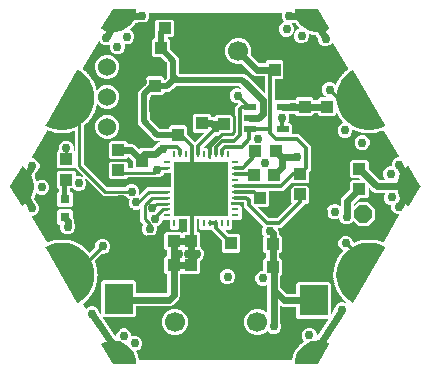
<source format=gbr>
G04 EAGLE Gerber RS-274X export*
G75*
%MOMM*%
%FSLAX34Y34*%
%LPD*%
%INTop Copper*%
%IPPOS*%
%AMOC8*
5,1,8,0,0,1.08239X$1,22.5*%
G01*
%ADD10R,0.800000X0.800000*%
%ADD11R,1.100000X1.000000*%
%ADD12C,1.000000*%
%ADD13C,1.700000*%
%ADD14R,0.600000X0.250000*%
%ADD15R,0.250000X0.600000*%
%ADD16R,4.600000X4.600000*%
%ADD17R,2.400000X2.600000*%
%ADD18R,1.000000X1.100000*%
%ADD19R,1.000000X0.600000*%
%ADD20P,1.649562X8X22.500000*%
%ADD21C,1.524000*%
%ADD22C,0.756400*%
%ADD23C,0.609600*%
%ADD24C,0.254000*%
%ADD25C,0.406400*%
%ADD26C,0.304800*%
%ADD27C,0.508000*%

G36*
X281785Y339123D02*
X281785Y339123D01*
X281787Y339123D01*
X281882Y339145D01*
X281979Y339168D01*
X281980Y339168D01*
X281982Y339169D01*
X282130Y339271D01*
X288339Y345481D01*
X306708Y345481D01*
X306819Y345461D01*
X307962Y345461D01*
X307967Y345462D01*
X307972Y345461D01*
X308065Y345482D01*
X308159Y345500D01*
X308163Y345503D01*
X308168Y345504D01*
X308246Y345560D01*
X308324Y345613D01*
X308327Y345617D01*
X308331Y345620D01*
X308382Y345702D01*
X308434Y345781D01*
X308434Y345786D01*
X308437Y345791D01*
X308469Y345968D01*
X308469Y357372D01*
X308468Y357377D01*
X308469Y357382D01*
X308448Y357475D01*
X308430Y357569D01*
X308427Y357573D01*
X308426Y357578D01*
X308370Y357656D01*
X308317Y357734D01*
X308313Y357737D01*
X308310Y357742D01*
X308228Y357792D01*
X308149Y357844D01*
X308144Y357845D01*
X308139Y357847D01*
X307962Y357879D01*
X306819Y357879D01*
X306811Y357878D01*
X306803Y357879D01*
X306718Y357859D01*
X303281Y357859D01*
X303275Y357858D01*
X303268Y357859D01*
X303177Y357838D01*
X303085Y357820D01*
X303079Y357816D01*
X303073Y357815D01*
X302997Y357760D01*
X302919Y357707D01*
X302915Y357702D01*
X302910Y357698D01*
X302813Y357546D01*
X302508Y356812D01*
X300730Y355033D01*
X300478Y354929D01*
X299254Y354422D01*
X298406Y354070D01*
X296247Y354070D01*
X296239Y354069D01*
X296232Y354070D01*
X296142Y354049D01*
X296051Y354031D01*
X296044Y354026D01*
X296036Y354025D01*
X295888Y353922D01*
X295761Y353795D01*
X272373Y353795D01*
X272365Y353793D01*
X272357Y353795D01*
X272268Y353774D01*
X272176Y353755D01*
X272170Y353751D01*
X272162Y353749D01*
X272014Y353646D01*
X270496Y352129D01*
X257392Y352129D01*
X255903Y353617D01*
X255903Y365722D01*
X257392Y367210D01*
X270496Y367210D01*
X271985Y365722D01*
X271985Y361924D01*
X271986Y361918D01*
X271985Y361913D01*
X272006Y361820D01*
X272024Y361727D01*
X272027Y361723D01*
X272029Y361718D01*
X272084Y361640D01*
X272137Y361561D01*
X272141Y361558D01*
X272145Y361554D01*
X272226Y361504D01*
X272305Y361452D01*
X272310Y361451D01*
X272315Y361448D01*
X272492Y361416D01*
X275816Y361416D01*
X275821Y361417D01*
X275826Y361416D01*
X275919Y361437D01*
X276013Y361456D01*
X276017Y361459D01*
X276022Y361460D01*
X276100Y361515D01*
X276178Y361569D01*
X276181Y361573D01*
X276186Y361576D01*
X276236Y361657D01*
X276288Y361737D01*
X276289Y361742D01*
X276291Y361746D01*
X276323Y361924D01*
X276323Y367044D01*
X276322Y367052D01*
X276323Y367059D01*
X276302Y367149D01*
X276284Y367240D01*
X276279Y367247D01*
X276278Y367254D01*
X276175Y367402D01*
X272831Y370746D01*
X272827Y370749D01*
X272824Y370753D01*
X272744Y370804D01*
X272664Y370857D01*
X272659Y370858D01*
X272655Y370861D01*
X272561Y370877D01*
X272467Y370895D01*
X272462Y370893D01*
X272457Y370894D01*
X272365Y370873D01*
X272271Y370853D01*
X272267Y370850D01*
X272262Y370849D01*
X272114Y370746D01*
X270496Y369129D01*
X257392Y369129D01*
X255903Y370617D01*
X255903Y382722D01*
X257392Y384210D01*
X270496Y384210D01*
X271994Y382712D01*
X272006Y382661D01*
X272024Y382569D01*
X272027Y382564D01*
X272029Y382559D01*
X272084Y382481D01*
X272137Y382403D01*
X272141Y382400D01*
X272145Y382396D01*
X272226Y382345D01*
X272305Y382294D01*
X272310Y382293D01*
X272315Y382290D01*
X272492Y382258D01*
X275923Y382258D01*
X277977Y381407D01*
X279621Y379764D01*
X281372Y378013D01*
X281376Y378010D01*
X281379Y378006D01*
X281459Y377955D01*
X281539Y377902D01*
X281544Y377901D01*
X281548Y377898D01*
X281642Y377882D01*
X281736Y377864D01*
X281741Y377865D01*
X281746Y377864D01*
X281838Y377886D01*
X281932Y377906D01*
X281936Y377909D01*
X281941Y377910D01*
X282089Y378013D01*
X282267Y378191D01*
X282631Y378342D01*
X283856Y378849D01*
X284321Y379042D01*
X292592Y379042D01*
X292600Y379043D01*
X292608Y379042D01*
X292697Y379063D01*
X292789Y379081D01*
X292795Y379086D01*
X292803Y379087D01*
X292951Y379190D01*
X296555Y382795D01*
X296826Y382907D01*
X298051Y383414D01*
X298609Y383645D01*
X298972Y383645D01*
X298981Y383647D01*
X298990Y383646D01*
X299166Y383684D01*
X299168Y383685D01*
X299318Y383747D01*
X299319Y383748D01*
X299321Y383748D01*
X299404Y383804D01*
X299485Y383859D01*
X299485Y383860D01*
X299486Y383861D01*
X299540Y383943D01*
X299595Y384026D01*
X299595Y384028D01*
X299596Y384029D01*
X299613Y384124D01*
X299631Y384223D01*
X299631Y384225D01*
X299631Y384226D01*
X299609Y384324D01*
X299589Y384419D01*
X299588Y384420D01*
X299588Y384422D01*
X299530Y384503D01*
X299474Y384583D01*
X299472Y384584D01*
X299472Y384585D01*
X299386Y384638D01*
X299304Y384690D01*
X299303Y384690D01*
X299301Y384691D01*
X299124Y384723D01*
X295056Y384723D01*
X291932Y387848D01*
X283877Y395903D01*
X280752Y399028D01*
X280752Y426282D01*
X287567Y433097D01*
X287571Y433103D01*
X287577Y433108D01*
X287626Y433186D01*
X287678Y433264D01*
X287679Y433271D01*
X287683Y433278D01*
X287715Y433455D01*
X287715Y437772D01*
X289204Y439260D01*
X301308Y439260D01*
X302797Y437772D01*
X302797Y436937D01*
X302797Y436934D01*
X302797Y436931D01*
X302817Y436836D01*
X302836Y436740D01*
X302838Y436738D01*
X302838Y436735D01*
X302894Y436655D01*
X302949Y436574D01*
X302951Y436573D01*
X302953Y436571D01*
X303036Y436517D01*
X303117Y436465D01*
X303120Y436465D01*
X303122Y436463D01*
X303218Y436447D01*
X303314Y436429D01*
X303317Y436430D01*
X303319Y436430D01*
X303413Y436451D01*
X303510Y436473D01*
X303512Y436475D01*
X303515Y436475D01*
X303663Y436578D01*
X305387Y438303D01*
X305392Y438309D01*
X305398Y438314D01*
X305447Y438392D01*
X305498Y438469D01*
X305500Y438477D01*
X305500Y438478D01*
X305504Y438484D01*
X305536Y438661D01*
X305536Y450237D01*
X305534Y450245D01*
X305536Y450253D01*
X305515Y450343D01*
X305496Y450434D01*
X305492Y450440D01*
X305490Y450448D01*
X305387Y450596D01*
X300479Y455504D01*
X300472Y455508D01*
X300468Y455515D01*
X300389Y455564D01*
X300312Y455615D01*
X300304Y455617D01*
X300298Y455621D01*
X300120Y455653D01*
X293972Y455653D01*
X292484Y457141D01*
X292484Y470246D01*
X293972Y471734D01*
X294437Y471734D01*
X294442Y471735D01*
X294447Y471734D01*
X294540Y471755D01*
X294633Y471774D01*
X294638Y471777D01*
X294643Y471778D01*
X294721Y471833D01*
X294799Y471886D01*
X294802Y471891D01*
X294806Y471894D01*
X294857Y471975D01*
X294908Y472054D01*
X294909Y472060D01*
X294912Y472064D01*
X294944Y472241D01*
X294944Y478871D01*
X294963Y478891D01*
X294968Y478897D01*
X294974Y478902D01*
X295023Y478981D01*
X295074Y479058D01*
X295076Y479066D01*
X295080Y479072D01*
X295112Y479250D01*
X295112Y485947D01*
X296600Y487436D01*
X309705Y487436D01*
X311193Y485947D01*
X311193Y473843D01*
X309705Y472354D01*
X306682Y472354D01*
X306679Y472354D01*
X306677Y472354D01*
X306582Y472334D01*
X306485Y472315D01*
X306483Y472313D01*
X306480Y472313D01*
X306400Y472257D01*
X306319Y472202D01*
X306318Y472200D01*
X306316Y472198D01*
X306263Y472114D01*
X306210Y472034D01*
X306210Y472031D01*
X306208Y472029D01*
X306192Y471933D01*
X306175Y471837D01*
X306175Y471834D01*
X306175Y471831D01*
X306197Y471737D01*
X306218Y471641D01*
X306220Y471639D01*
X306220Y471636D01*
X306323Y471488D01*
X307566Y470246D01*
X307566Y462998D01*
X307567Y462991D01*
X307566Y462983D01*
X307587Y462893D01*
X307605Y462802D01*
X307610Y462795D01*
X307611Y462788D01*
X307714Y462640D01*
X315697Y454656D01*
X315697Y442014D01*
X315699Y442006D01*
X315698Y441999D01*
X315719Y441909D01*
X315737Y441818D01*
X315741Y441811D01*
X315743Y441803D01*
X315846Y441655D01*
X315925Y441576D01*
X315932Y441572D01*
X315936Y441565D01*
X316015Y441516D01*
X316092Y441465D01*
X316100Y441463D01*
X316107Y441459D01*
X316284Y441427D01*
X370938Y441427D01*
X371438Y440927D01*
X371446Y440922D01*
X371451Y440915D01*
X371603Y440817D01*
X372736Y440348D01*
X387499Y425584D01*
X387502Y425583D01*
X387503Y425581D01*
X387584Y425528D01*
X387666Y425473D01*
X387669Y425473D01*
X387671Y425471D01*
X387767Y425454D01*
X387863Y425436D01*
X387866Y425436D01*
X387868Y425436D01*
X387965Y425457D01*
X388059Y425477D01*
X388061Y425479D01*
X388064Y425479D01*
X388144Y425536D01*
X388224Y425592D01*
X388225Y425594D01*
X388227Y425595D01*
X388279Y425678D01*
X388331Y425761D01*
X388332Y425763D01*
X388333Y425766D01*
X388365Y425943D01*
X388365Y439039D01*
X388364Y439044D01*
X388365Y439049D01*
X388344Y439142D01*
X388326Y439236D01*
X388323Y439240D01*
X388322Y439245D01*
X388266Y439323D01*
X388213Y439401D01*
X388209Y439404D01*
X388206Y439408D01*
X388124Y439459D01*
X388045Y439511D01*
X388040Y439511D01*
X388035Y439514D01*
X387858Y439546D01*
X379973Y439546D01*
X377919Y440397D01*
X368581Y449735D01*
X368576Y449739D01*
X368572Y449744D01*
X368493Y449794D01*
X368414Y449846D01*
X368408Y449847D01*
X368402Y449851D01*
X368309Y449866D01*
X368217Y449884D01*
X368211Y449882D01*
X368204Y449883D01*
X368028Y449845D01*
X367882Y449785D01*
X367676Y449699D01*
X363284Y449699D01*
X359226Y451380D01*
X356120Y454486D01*
X354439Y458544D01*
X354439Y462936D01*
X356120Y466994D01*
X359226Y470100D01*
X359356Y470154D01*
X360581Y470661D01*
X361805Y471168D01*
X363030Y471676D01*
X363284Y471781D01*
X367676Y471781D01*
X371734Y470100D01*
X374840Y466994D01*
X376521Y462936D01*
X376521Y458544D01*
X376375Y458192D01*
X376374Y458185D01*
X376370Y458180D01*
X376354Y458087D01*
X376336Y457995D01*
X376338Y457989D01*
X376336Y457982D01*
X376358Y457891D01*
X376377Y457799D01*
X376381Y457793D01*
X376382Y457787D01*
X376485Y457639D01*
X383251Y450872D01*
X383258Y450868D01*
X383262Y450862D01*
X383341Y450813D01*
X383418Y450761D01*
X383426Y450760D01*
X383433Y450756D01*
X383610Y450724D01*
X388192Y450724D01*
X388197Y450725D01*
X388202Y450724D01*
X388295Y450745D01*
X388389Y450763D01*
X388393Y450766D01*
X388398Y450767D01*
X388476Y450823D01*
X388554Y450876D01*
X388557Y450880D01*
X388561Y450883D01*
X388612Y450965D01*
X388664Y451044D01*
X388664Y451049D01*
X388667Y451054D01*
X388699Y451231D01*
X388699Y451442D01*
X390188Y452931D01*
X402292Y452931D01*
X403781Y451442D01*
X403781Y438338D01*
X402292Y436849D01*
X397002Y436849D01*
X396997Y436848D01*
X396992Y436849D01*
X396899Y436828D01*
X396805Y436810D01*
X396801Y436807D01*
X396796Y436806D01*
X396718Y436750D01*
X396640Y436697D01*
X396637Y436693D01*
X396633Y436690D01*
X396582Y436608D01*
X396530Y436529D01*
X396530Y436524D01*
X396527Y436519D01*
X396495Y436342D01*
X396495Y419408D01*
X396496Y419403D01*
X396495Y419398D01*
X396516Y419305D01*
X396534Y419211D01*
X396537Y419207D01*
X396538Y419202D01*
X396594Y419124D01*
X396647Y419046D01*
X396651Y419043D01*
X396654Y419039D01*
X396736Y418988D01*
X396815Y418936D01*
X396820Y418936D01*
X396825Y418933D01*
X397002Y418901D01*
X401835Y418901D01*
X401844Y418903D01*
X401853Y418901D01*
X402029Y418939D01*
X402032Y418940D01*
X402052Y418949D01*
X408349Y418949D01*
X408358Y418951D01*
X408367Y418949D01*
X408544Y418987D01*
X408546Y418988D01*
X409609Y419429D01*
X410222Y419683D01*
X412738Y419683D01*
X413398Y419409D01*
X413402Y419409D01*
X413405Y419406D01*
X413500Y419389D01*
X413595Y419371D01*
X413598Y419371D01*
X413602Y419371D01*
X413696Y419392D01*
X413791Y419411D01*
X413794Y419413D01*
X413798Y419414D01*
X413877Y419470D01*
X413956Y419525D01*
X413958Y419528D01*
X413961Y419530D01*
X414013Y419613D01*
X414065Y419693D01*
X414065Y419697D01*
X414067Y419701D01*
X414099Y419878D01*
X414099Y420182D01*
X415588Y421671D01*
X427692Y421671D01*
X429181Y420182D01*
X429181Y419726D01*
X429182Y419721D01*
X429181Y419716D01*
X429202Y419623D01*
X429220Y419529D01*
X429223Y419525D01*
X429224Y419520D01*
X429280Y419442D01*
X429333Y419364D01*
X429337Y419361D01*
X429340Y419357D01*
X429422Y419306D01*
X429501Y419254D01*
X429506Y419254D01*
X429511Y419251D01*
X429688Y419219D01*
X432642Y419219D01*
X432647Y419220D01*
X432652Y419219D01*
X432745Y419240D01*
X432839Y419258D01*
X432843Y419261D01*
X432848Y419262D01*
X432926Y419318D01*
X433004Y419371D01*
X433007Y419375D01*
X433011Y419378D01*
X433062Y419460D01*
X433114Y419539D01*
X433114Y419544D01*
X433117Y419549D01*
X433149Y419726D01*
X433149Y420182D01*
X434638Y421671D01*
X439259Y421671D01*
X439260Y421671D01*
X439261Y421671D01*
X439359Y421691D01*
X439455Y421710D01*
X439456Y421711D01*
X439458Y421711D01*
X439540Y421768D01*
X439621Y421823D01*
X439622Y421824D01*
X439623Y421825D01*
X439677Y421908D01*
X439730Y421991D01*
X439731Y421992D01*
X439731Y421993D01*
X439748Y422091D01*
X439766Y422188D01*
X439766Y422190D01*
X439766Y422191D01*
X439744Y422286D01*
X439722Y422384D01*
X439722Y422385D01*
X439721Y422386D01*
X439665Y422465D01*
X439606Y422547D01*
X439605Y422548D01*
X439604Y422549D01*
X439453Y422647D01*
X439331Y422697D01*
X437552Y424476D01*
X436590Y426800D01*
X436590Y429315D01*
X437552Y431639D01*
X439331Y433417D01*
X439849Y433632D01*
X441073Y434139D01*
X441655Y434380D01*
X444170Y434380D01*
X446494Y433417D01*
X447523Y432388D01*
X447530Y432383D01*
X447535Y432376D01*
X447613Y432329D01*
X447690Y432277D01*
X447699Y432276D01*
X447706Y432271D01*
X447797Y432257D01*
X447887Y432240D01*
X447895Y432242D01*
X447904Y432240D01*
X447993Y432262D01*
X448083Y432281D01*
X448090Y432286D01*
X448099Y432288D01*
X448173Y432343D01*
X448248Y432396D01*
X448252Y432403D01*
X448259Y432408D01*
X448354Y432562D01*
X448509Y432956D01*
X448521Y433026D01*
X448542Y433093D01*
X448539Y433126D01*
X448544Y433154D01*
X448533Y433204D01*
X448527Y433273D01*
X448503Y433362D01*
X449000Y434222D01*
X449011Y434255D01*
X449033Y434290D01*
X449396Y435215D01*
X449481Y435252D01*
X449539Y435293D01*
X449601Y435326D01*
X449622Y435351D01*
X449645Y435367D01*
X449673Y435410D01*
X449717Y435463D01*
X450569Y436938D01*
X450592Y437004D01*
X450622Y437068D01*
X450624Y437101D01*
X450633Y437127D01*
X450629Y437179D01*
X450634Y437248D01*
X450624Y437339D01*
X451243Y438116D01*
X451259Y438147D01*
X451286Y438179D01*
X451783Y439039D01*
X451872Y439063D01*
X451935Y439094D01*
X452002Y439118D01*
X452027Y439139D01*
X452052Y439152D01*
X452085Y439191D01*
X452137Y439236D01*
X453200Y440567D01*
X453232Y440630D01*
X453271Y440689D01*
X453278Y440721D01*
X453291Y440746D01*
X453295Y440797D01*
X453310Y440865D01*
X453313Y440956D01*
X454042Y441632D01*
X454062Y441660D01*
X454094Y441688D01*
X454713Y442464D01*
X454805Y442475D01*
X454872Y442496D01*
X454941Y442510D01*
X454969Y442527D01*
X454996Y442536D01*
X455035Y442569D01*
X455093Y442607D01*
X456342Y443764D01*
X456383Y443822D01*
X456431Y443874D01*
X456442Y443904D01*
X456459Y443927D01*
X456470Y443977D01*
X456495Y444042D01*
X456512Y444132D01*
X457333Y444692D01*
X457357Y444716D01*
X457393Y444739D01*
X458144Y445436D01*
X458173Y445476D01*
X458210Y445509D01*
X458231Y445557D01*
X458261Y445599D01*
X458273Y445647D01*
X458293Y445692D01*
X458295Y445743D01*
X458306Y445794D01*
X458298Y445843D01*
X458300Y445892D01*
X458280Y445946D01*
X458272Y445991D01*
X458253Y446021D01*
X458239Y446062D01*
X445725Y467737D01*
X445678Y467789D01*
X445639Y467847D01*
X445613Y467864D01*
X445592Y467887D01*
X445529Y467918D01*
X445470Y467956D01*
X445440Y467961D01*
X445412Y467974D01*
X445342Y467978D01*
X445273Y467990D01*
X445242Y467983D01*
X445212Y467985D01*
X445146Y467961D01*
X445077Y467946D01*
X445052Y467928D01*
X445023Y467917D01*
X444971Y467870D01*
X444914Y467829D01*
X444896Y467801D01*
X444875Y467782D01*
X444854Y467735D01*
X444817Y467677D01*
X444780Y467588D01*
X443002Y465810D01*
X442276Y465509D01*
X441052Y465002D01*
X441051Y465002D01*
X440678Y464847D01*
X438162Y464847D01*
X435838Y465810D01*
X434060Y467588D01*
X433097Y469912D01*
X433097Y470770D01*
X433089Y470813D01*
X433090Y470857D01*
X433067Y470918D01*
X433058Y470966D01*
X433040Y470992D01*
X433028Y471026D01*
X431373Y473853D01*
X431358Y473869D01*
X431350Y473888D01*
X431292Y473943D01*
X431239Y474002D01*
X431220Y474011D01*
X431204Y474026D01*
X431107Y474065D01*
X431058Y474088D01*
X431048Y474089D01*
X431037Y474093D01*
X430169Y474271D01*
X430132Y474271D01*
X430088Y474281D01*
X429116Y474322D01*
X429039Y474406D01*
X428984Y474446D01*
X428935Y474492D01*
X428901Y474506D01*
X428877Y474524D01*
X428828Y474535D01*
X428768Y474559D01*
X428013Y474714D01*
X427945Y474714D01*
X427878Y474724D01*
X427843Y474715D01*
X427813Y474715D01*
X427767Y474696D01*
X427703Y474680D01*
X427599Y474633D01*
X426690Y474979D01*
X426653Y474985D01*
X426611Y475002D01*
X426032Y475121D01*
X425975Y475121D01*
X425920Y475131D01*
X425876Y475122D01*
X425832Y475122D01*
X425779Y475100D01*
X425724Y475088D01*
X425688Y475062D01*
X425647Y475045D01*
X425607Y475005D01*
X425561Y474972D01*
X425537Y474934D01*
X425506Y474902D01*
X425485Y474850D01*
X425455Y474802D01*
X425446Y474753D01*
X425431Y474716D01*
X425432Y474675D01*
X425423Y474624D01*
X425423Y472452D01*
X424460Y470128D01*
X422682Y468350D01*
X421947Y468046D01*
X420723Y467538D01*
X420722Y467538D01*
X420358Y467387D01*
X417842Y467387D01*
X415518Y468350D01*
X413740Y470128D01*
X412777Y472452D01*
X412777Y474968D01*
X413740Y477292D01*
X415518Y479070D01*
X416035Y479284D01*
X416036Y479284D01*
X417045Y479702D01*
X417069Y479719D01*
X417097Y479728D01*
X417152Y479774D01*
X417211Y479814D01*
X417227Y479839D01*
X417250Y479858D01*
X417282Y479922D01*
X417321Y479982D01*
X417327Y480011D01*
X417340Y480037D01*
X417345Y480108D01*
X417358Y480179D01*
X417352Y480207D01*
X417354Y480237D01*
X417330Y480305D01*
X417315Y480375D01*
X417298Y480399D01*
X417289Y480426D01*
X417232Y480493D01*
X417200Y480539D01*
X417185Y480548D01*
X417172Y480564D01*
X416727Y480927D01*
X416716Y481041D01*
X416696Y481106D01*
X416685Y481173D01*
X416666Y481204D01*
X416657Y481233D01*
X416625Y481271D01*
X416591Y481327D01*
X416081Y481904D01*
X416027Y481945D01*
X415979Y481992D01*
X415946Y482006D01*
X415922Y482025D01*
X415873Y482037D01*
X415813Y482063D01*
X415702Y482088D01*
X415182Y482911D01*
X415157Y482938D01*
X415133Y482976D01*
X414489Y483706D01*
X414496Y483820D01*
X414487Y483887D01*
X414486Y483955D01*
X414473Y483988D01*
X414469Y484018D01*
X414449Y484052D01*
X414448Y484059D01*
X414438Y484073D01*
X414419Y484122D01*
X414404Y484145D01*
X414376Y484174D01*
X414366Y484191D01*
X414359Y484196D01*
X414339Y484227D01*
X414299Y484255D01*
X414266Y484290D01*
X414218Y484311D01*
X414174Y484341D01*
X414122Y484353D01*
X414082Y484370D01*
X414044Y484371D01*
X413998Y484381D01*
X411360Y484501D01*
X411339Y484498D01*
X411329Y484500D01*
X411328Y484500D01*
X411327Y484500D01*
X411319Y484501D01*
X411214Y484478D01*
X411162Y484470D01*
X411153Y484465D01*
X411143Y484463D01*
X411139Y484461D01*
X411136Y484459D01*
X411131Y484458D01*
X411052Y484403D01*
X411050Y484402D01*
X410991Y484365D01*
X410986Y484359D01*
X410973Y484350D01*
X410970Y484346D01*
X410967Y484344D01*
X410915Y484262D01*
X410891Y484226D01*
X410874Y484202D01*
X410873Y484199D01*
X410862Y484183D01*
X410862Y484178D01*
X410859Y484175D01*
X410843Y484080D01*
X410825Y483986D01*
X410826Y483981D01*
X410826Y483977D01*
X410848Y483883D01*
X410868Y483790D01*
X410870Y483786D01*
X410871Y483782D01*
X410974Y483634D01*
X411760Y482848D01*
X412723Y480524D01*
X412723Y478009D01*
X411760Y475685D01*
X409982Y473906D01*
X409304Y473625D01*
X408079Y473118D01*
X407658Y472944D01*
X405142Y472944D01*
X402818Y473906D01*
X401040Y475685D01*
X400077Y478009D01*
X400077Y480524D01*
X401040Y482848D01*
X402818Y484626D01*
X403392Y484864D01*
X403791Y485029D01*
X403794Y485031D01*
X403798Y485032D01*
X403878Y485088D01*
X403957Y485141D01*
X403960Y485144D01*
X403963Y485147D01*
X404015Y485228D01*
X404067Y485309D01*
X404068Y485312D01*
X404070Y485316D01*
X404086Y485411D01*
X404104Y485506D01*
X404103Y485509D01*
X404104Y485513D01*
X404082Y485607D01*
X404061Y485701D01*
X404059Y485705D01*
X404058Y485709D01*
X403956Y485857D01*
X403169Y486643D01*
X402207Y488967D01*
X402207Y491482D01*
X402612Y492460D01*
X402613Y492464D01*
X402615Y492467D01*
X402632Y492562D01*
X402651Y492657D01*
X402650Y492660D01*
X402650Y492664D01*
X402629Y492758D01*
X402610Y492853D01*
X402608Y492856D01*
X402607Y492860D01*
X402551Y492938D01*
X402496Y493018D01*
X402493Y493020D01*
X402491Y493023D01*
X402409Y493074D01*
X402328Y493127D01*
X402324Y493127D01*
X402321Y493129D01*
X402143Y493161D01*
X290261Y493161D01*
X290257Y493160D01*
X290253Y493161D01*
X290159Y493141D01*
X290064Y493122D01*
X290061Y493119D01*
X290057Y493119D01*
X289978Y493063D01*
X289898Y493009D01*
X289896Y493006D01*
X289893Y493003D01*
X289841Y492921D01*
X289789Y492841D01*
X289789Y492837D01*
X289786Y492834D01*
X289771Y492738D01*
X289754Y492644D01*
X289754Y492640D01*
X289754Y492636D01*
X289792Y492460D01*
X290197Y491482D01*
X290197Y488966D01*
X289235Y486643D01*
X287456Y484864D01*
X287265Y484785D01*
X286040Y484278D01*
X285132Y483901D01*
X282617Y483901D01*
X281262Y484463D01*
X281241Y484467D01*
X281223Y484477D01*
X281117Y484491D01*
X281065Y484501D01*
X281055Y484499D01*
X281044Y484501D01*
X278406Y484381D01*
X278354Y484368D01*
X278302Y484365D01*
X278258Y484344D01*
X278211Y484332D01*
X278169Y484301D01*
X278121Y484278D01*
X278085Y484238D01*
X278051Y484212D01*
X278033Y484183D01*
X278024Y484175D01*
X278019Y484166D01*
X278000Y484145D01*
X277985Y484122D01*
X277962Y484062D01*
X277949Y484039D01*
X277949Y484035D01*
X277929Y483999D01*
X277925Y483963D01*
X277914Y483934D01*
X277916Y483885D01*
X277908Y483820D01*
X277915Y483706D01*
X277271Y482976D01*
X277252Y482944D01*
X277222Y482911D01*
X276702Y482088D01*
X276591Y482063D01*
X276529Y482035D01*
X276464Y482016D01*
X276436Y481993D01*
X276408Y481981D01*
X276374Y481944D01*
X276323Y481904D01*
X275813Y481327D01*
X275779Y481268D01*
X275738Y481215D01*
X275728Y481180D01*
X275712Y481153D01*
X275706Y481104D01*
X275688Y481041D01*
X275677Y480927D01*
X274924Y480311D01*
X274900Y480282D01*
X274865Y480254D01*
X274219Y479524D01*
X274144Y479503D01*
X274059Y479486D01*
X274047Y479478D01*
X274033Y479474D01*
X273965Y479421D01*
X273894Y479373D01*
X273886Y479360D01*
X273875Y479351D01*
X273832Y479277D01*
X273786Y479204D01*
X273783Y479190D01*
X273776Y479177D01*
X273766Y479091D01*
X273751Y479006D01*
X273754Y478992D01*
X273753Y478978D01*
X273777Y478895D01*
X273796Y478811D01*
X273804Y478799D01*
X273808Y478785D01*
X273862Y478718D01*
X273913Y478648D01*
X273926Y478640D01*
X273934Y478629D01*
X273983Y478603D01*
X274064Y478551D01*
X274727Y478276D01*
X276505Y476498D01*
X277468Y474174D01*
X277468Y471659D01*
X276505Y469335D01*
X274727Y467556D01*
X274684Y467538D01*
X273459Y467031D01*
X272403Y466594D01*
X269813Y466594D01*
X269809Y466593D01*
X269805Y466593D01*
X269711Y466573D01*
X269616Y466554D01*
X269613Y466552D01*
X269609Y466551D01*
X269530Y466495D01*
X269450Y466441D01*
X269448Y466438D01*
X269445Y466436D01*
X269393Y466354D01*
X269341Y466273D01*
X269340Y466269D01*
X269338Y466266D01*
X269323Y466171D01*
X269306Y466076D01*
X269306Y466072D01*
X269306Y466068D01*
X269344Y465892D01*
X269530Y465443D01*
X269530Y462927D01*
X268568Y460603D01*
X266789Y458825D01*
X265783Y458408D01*
X265782Y458408D01*
X264558Y457901D01*
X264465Y457862D01*
X261950Y457862D01*
X259626Y458825D01*
X257847Y460603D01*
X256885Y462927D01*
X256885Y465541D01*
X256884Y465544D01*
X256885Y465548D01*
X256864Y465642D01*
X256845Y465737D01*
X256843Y465740D01*
X256842Y465744D01*
X256787Y465823D01*
X256733Y465903D01*
X256729Y465905D01*
X256727Y465908D01*
X256645Y465960D01*
X256564Y466012D01*
X256561Y466013D01*
X256557Y466015D01*
X256462Y466031D01*
X256367Y466048D01*
X256363Y466047D01*
X256359Y466048D01*
X256183Y466009D01*
X255196Y465600D01*
X252680Y465600D01*
X250356Y466563D01*
X248578Y468341D01*
X248324Y468954D01*
X248285Y469012D01*
X248253Y469074D01*
X248229Y469094D01*
X248212Y469120D01*
X248154Y469159D01*
X248100Y469204D01*
X248071Y469213D01*
X248045Y469230D01*
X247976Y469243D01*
X247909Y469264D01*
X247878Y469261D01*
X247848Y469267D01*
X247779Y469252D01*
X247709Y469245D01*
X247682Y469231D01*
X247652Y469224D01*
X247594Y469184D01*
X247532Y469151D01*
X247511Y469125D01*
X247488Y469109D01*
X247460Y469066D01*
X247416Y469013D01*
X234165Y446062D01*
X234150Y446015D01*
X234125Y445972D01*
X234118Y445921D01*
X234101Y445872D01*
X234105Y445822D01*
X234099Y445773D01*
X234112Y445723D01*
X234116Y445672D01*
X234138Y445628D01*
X234151Y445580D01*
X234186Y445534D01*
X234207Y445493D01*
X234234Y445470D01*
X234260Y445436D01*
X235011Y444739D01*
X235041Y444721D01*
X235071Y444692D01*
X235892Y444132D01*
X235909Y444042D01*
X235935Y443977D01*
X235954Y443908D01*
X235974Y443882D01*
X235984Y443856D01*
X236021Y443820D01*
X236062Y443764D01*
X237311Y442607D01*
X237371Y442570D01*
X237427Y442526D01*
X237458Y442517D01*
X237482Y442502D01*
X237533Y442494D01*
X237599Y442475D01*
X237691Y442464D01*
X238310Y441688D01*
X238337Y441665D01*
X238362Y441632D01*
X239091Y440956D01*
X239094Y440865D01*
X239111Y440796D01*
X239119Y440726D01*
X239134Y440697D01*
X239141Y440670D01*
X239172Y440628D01*
X239204Y440567D01*
X240267Y439236D01*
X240321Y439191D01*
X240369Y439140D01*
X240399Y439126D01*
X240420Y439108D01*
X240469Y439092D01*
X240532Y439063D01*
X240621Y439039D01*
X241118Y438179D01*
X241141Y438153D01*
X241161Y438116D01*
X241780Y437339D01*
X241770Y437248D01*
X241776Y437178D01*
X241774Y437107D01*
X241785Y437076D01*
X241787Y437048D01*
X241811Y437003D01*
X241835Y436938D01*
X242687Y435463D01*
X242733Y435410D01*
X242774Y435352D01*
X242801Y435334D01*
X242819Y435313D01*
X242866Y435290D01*
X242923Y435252D01*
X243008Y435215D01*
X243371Y434290D01*
X243390Y434261D01*
X243404Y434222D01*
X243901Y433362D01*
X243877Y433273D01*
X243873Y433203D01*
X243860Y433133D01*
X243866Y433101D01*
X243865Y433073D01*
X243882Y433024D01*
X243895Y432956D01*
X244518Y431372D01*
X244522Y431365D01*
X244524Y431357D01*
X244556Y431311D01*
X244587Y431249D01*
X244611Y431227D01*
X244626Y431203D01*
X244639Y431194D01*
X244640Y431194D01*
X244642Y431192D01*
X244669Y431174D01*
X244720Y431127D01*
X244798Y431078D01*
X245019Y430110D01*
X245034Y430078D01*
X245042Y430038D01*
X245405Y429113D01*
X245368Y429028D01*
X245353Y428959D01*
X245330Y428892D01*
X245332Y428860D01*
X245326Y428832D01*
X245335Y428782D01*
X245339Y428713D01*
X245421Y428352D01*
X245440Y428309D01*
X245450Y428263D01*
X245481Y428219D01*
X245504Y428169D01*
X245538Y428137D01*
X245564Y428099D01*
X245610Y428069D01*
X245650Y428032D01*
X245694Y428016D01*
X245734Y427991D01*
X245787Y427982D01*
X245839Y427963D01*
X245885Y427965D01*
X245931Y427958D01*
X245984Y427970D01*
X246039Y427973D01*
X246081Y427993D01*
X246126Y428003D01*
X246177Y428038D01*
X246220Y428059D01*
X246242Y428083D01*
X246274Y428106D01*
X248879Y430711D01*
X249808Y431096D01*
X251032Y431603D01*
X251033Y431603D01*
X252257Y432110D01*
X252614Y432258D01*
X256656Y432258D01*
X260391Y430711D01*
X263249Y427853D01*
X264796Y424118D01*
X264796Y420076D01*
X263249Y416342D01*
X260391Y413483D01*
X259858Y413263D01*
X258633Y412755D01*
X257409Y412248D01*
X256656Y411936D01*
X252614Y411936D01*
X248879Y413483D01*
X246667Y415696D01*
X246664Y415698D01*
X246662Y415701D01*
X246627Y415722D01*
X246595Y415744D01*
X246525Y415795D01*
X246512Y415799D01*
X246500Y415806D01*
X246415Y415823D01*
X246331Y415844D01*
X246317Y415841D01*
X246303Y415844D01*
X246218Y415826D01*
X246133Y415813D01*
X246120Y415805D01*
X246107Y415802D01*
X246061Y415771D01*
X245978Y415721D01*
X245885Y415642D01*
X245842Y415586D01*
X245792Y415536D01*
X245780Y415506D01*
X245762Y415484D01*
X245749Y415434D01*
X245722Y415370D01*
X245343Y413710D01*
X245342Y413640D01*
X245332Y413570D01*
X245339Y413538D01*
X245338Y413510D01*
X245357Y413462D01*
X245373Y413394D01*
X245410Y413310D01*
X245047Y412385D01*
X245041Y412351D01*
X245025Y412313D01*
X244804Y411344D01*
X244726Y411295D01*
X244675Y411246D01*
X244619Y411204D01*
X244601Y411176D01*
X244581Y411157D01*
X244560Y411109D01*
X244524Y411051D01*
X243902Y409465D01*
X243890Y409396D01*
X243870Y409328D01*
X243873Y409296D01*
X243868Y409268D01*
X243879Y409218D01*
X243885Y409149D01*
X243909Y409060D01*
X243412Y408199D01*
X243401Y408166D01*
X243379Y408131D01*
X243017Y407206D01*
X242932Y407169D01*
X242874Y407129D01*
X242812Y407095D01*
X242791Y407070D01*
X242768Y407054D01*
X242741Y407010D01*
X242696Y406958D01*
X241845Y405483D01*
X241822Y405416D01*
X241792Y405352D01*
X241790Y405319D01*
X241781Y405293D01*
X241785Y405241D01*
X241780Y405172D01*
X241791Y405081D01*
X241171Y404304D01*
X241156Y404273D01*
X241129Y404241D01*
X240632Y403381D01*
X240543Y403357D01*
X240480Y403325D01*
X240414Y403302D01*
X240389Y403280D01*
X240364Y403268D01*
X240330Y403228D01*
X240278Y403183D01*
X239217Y401851D01*
X239185Y401789D01*
X239145Y401730D01*
X239138Y401698D01*
X239125Y401673D01*
X239121Y401622D01*
X239107Y401554D01*
X239103Y401462D01*
X238375Y400786D01*
X238355Y400758D01*
X238323Y400730D01*
X237704Y399953D01*
X237613Y399943D01*
X237546Y399921D01*
X237476Y399908D01*
X237449Y399890D01*
X237422Y399882D01*
X237383Y399848D01*
X237325Y399811D01*
X236077Y398652D01*
X236036Y398595D01*
X235988Y398543D01*
X235976Y398512D01*
X235960Y398490D01*
X235948Y398439D01*
X235924Y398375D01*
X235906Y398284D01*
X235086Y397724D01*
X235061Y397699D01*
X235027Y397677D01*
X235006Y397658D01*
X234996Y397644D01*
X234982Y397634D01*
X234954Y397589D01*
X234946Y397581D01*
X234940Y397567D01*
X234938Y397563D01*
X234889Y397496D01*
X234885Y397479D01*
X234876Y397464D01*
X234855Y397347D01*
X234844Y397300D01*
X234845Y397294D01*
X234844Y397286D01*
X234844Y365516D01*
X234846Y365508D01*
X234844Y365500D01*
X234865Y365410D01*
X234884Y365319D01*
X234888Y365313D01*
X234890Y365305D01*
X234993Y365157D01*
X254401Y345748D01*
X254408Y345744D01*
X254412Y345737D01*
X254491Y345688D01*
X254568Y345637D01*
X254576Y345636D01*
X254583Y345631D01*
X254760Y345599D01*
X269931Y345599D01*
X269939Y345601D01*
X269947Y345600D01*
X270037Y345621D01*
X270128Y345639D01*
X270134Y345644D01*
X270142Y345645D01*
X270290Y345748D01*
X271691Y347149D01*
X272295Y347399D01*
X272296Y347399D01*
X273520Y347907D01*
X274015Y348111D01*
X276530Y348111D01*
X278854Y347149D01*
X280633Y345370D01*
X281595Y343046D01*
X281595Y340531D01*
X281302Y339824D01*
X281302Y339823D01*
X281301Y339822D01*
X281283Y339725D01*
X281264Y339628D01*
X281264Y339626D01*
X281264Y339625D01*
X281284Y339529D01*
X281304Y339431D01*
X281305Y339430D01*
X281305Y339429D01*
X281361Y339349D01*
X281418Y339266D01*
X281419Y339265D01*
X281420Y339264D01*
X281503Y339211D01*
X281587Y339158D01*
X281588Y339157D01*
X281589Y339157D01*
X281684Y339141D01*
X281784Y339123D01*
X281785Y339123D01*
G37*
G36*
X410558Y199252D02*
X410558Y199252D01*
X410603Y199251D01*
X410655Y199271D01*
X410710Y199282D01*
X410747Y199308D01*
X410790Y199324D01*
X410830Y199364D01*
X410876Y199395D01*
X410900Y199433D01*
X410933Y199465D01*
X410959Y199522D01*
X410985Y199563D01*
X410991Y199595D01*
X411006Y199629D01*
X411023Y199698D01*
X411025Y199735D01*
X411036Y199779D01*
X411113Y200749D01*
X411200Y200823D01*
X411242Y200876D01*
X411291Y200924D01*
X411305Y200957D01*
X411324Y200981D01*
X411337Y201029D01*
X411364Y201088D01*
X411547Y201836D01*
X411550Y201904D01*
X411562Y201971D01*
X411554Y202006D01*
X411556Y202036D01*
X411538Y202083D01*
X411525Y202147D01*
X411482Y202253D01*
X411863Y203149D01*
X411870Y203186D01*
X411888Y203226D01*
X412120Y204171D01*
X412218Y204231D01*
X412268Y204277D01*
X412323Y204316D01*
X412343Y204346D01*
X412365Y204367D01*
X412386Y204412D01*
X412422Y204466D01*
X412723Y205175D01*
X412737Y205241D01*
X412759Y205305D01*
X412757Y205342D01*
X412763Y205372D01*
X412754Y205420D01*
X412751Y205485D01*
X412725Y205597D01*
X413244Y206420D01*
X413258Y206455D01*
X413282Y206493D01*
X413663Y207388D01*
X413769Y207431D01*
X413826Y207468D01*
X413886Y207498D01*
X413911Y207525D01*
X413936Y207541D01*
X413964Y207583D01*
X414008Y207631D01*
X414419Y208282D01*
X414443Y208346D01*
X414475Y208405D01*
X414479Y208441D01*
X414490Y208470D01*
X414489Y208519D01*
X414496Y208584D01*
X414489Y208698D01*
X415133Y209428D01*
X415152Y209460D01*
X415182Y209493D01*
X415702Y210316D01*
X415813Y210341D01*
X415875Y210369D01*
X415940Y210388D01*
X415968Y210411D01*
X415996Y210423D01*
X416030Y210460D01*
X416081Y210500D01*
X416591Y211077D01*
X416625Y211136D01*
X416666Y211189D01*
X416674Y211216D01*
X416683Y211230D01*
X416685Y211238D01*
X416692Y211251D01*
X416698Y211300D01*
X416716Y211363D01*
X416727Y211477D01*
X417480Y212093D01*
X417504Y212122D01*
X417539Y212150D01*
X418184Y212879D01*
X418298Y212886D01*
X418363Y212903D01*
X418430Y212912D01*
X418462Y212929D01*
X418492Y212937D01*
X418531Y212968D01*
X418588Y213000D01*
X419184Y213487D01*
X419227Y213540D01*
X419276Y213586D01*
X419291Y213619D01*
X419311Y213642D01*
X419325Y213690D01*
X419353Y213749D01*
X419382Y213860D01*
X420224Y214347D01*
X420252Y214372D01*
X420291Y214394D01*
X420952Y214935D01*
X420972Y214958D01*
X420997Y214976D01*
X421035Y215035D01*
X421079Y215090D01*
X421088Y215119D01*
X421104Y215145D01*
X421116Y215215D01*
X421136Y215282D01*
X421133Y215312D01*
X421138Y215343D01*
X421122Y215411D01*
X421114Y215481D01*
X421099Y215508D01*
X421092Y215538D01*
X421044Y215608D01*
X421017Y215656D01*
X421002Y215668D01*
X420990Y215686D01*
X420268Y216408D01*
X419305Y218732D01*
X419305Y221247D01*
X420268Y223571D01*
X422046Y225350D01*
X422794Y225659D01*
X424019Y226167D01*
X424370Y226312D01*
X426886Y226312D01*
X429209Y225350D01*
X430988Y223571D01*
X431951Y221247D01*
X431951Y220447D01*
X431962Y220391D01*
X431964Y220333D01*
X431982Y220293D01*
X431990Y220251D01*
X432023Y220203D01*
X432047Y220150D01*
X432078Y220121D01*
X432103Y220085D01*
X432151Y220053D01*
X432194Y220014D01*
X432235Y219999D01*
X432271Y219976D01*
X432328Y219965D01*
X432382Y219946D01*
X432425Y219948D01*
X432468Y219940D01*
X432525Y219953D01*
X432582Y219956D01*
X432621Y219974D01*
X432664Y219984D01*
X432711Y220017D01*
X432763Y220042D01*
X432795Y220077D01*
X432827Y220100D01*
X432850Y220136D01*
X432885Y220174D01*
X441304Y233369D01*
X441321Y233414D01*
X441348Y233455D01*
X441357Y233507D01*
X441376Y233556D01*
X441375Y233605D01*
X441383Y233652D01*
X441372Y233704D01*
X441370Y233757D01*
X441350Y233801D01*
X441340Y233848D01*
X441309Y233891D01*
X441287Y233939D01*
X441252Y233972D01*
X441224Y234011D01*
X441179Y234039D01*
X441140Y234075D01*
X441095Y234092D01*
X441054Y234117D01*
X440996Y234128D01*
X440952Y234144D01*
X440917Y234142D01*
X440876Y234149D01*
X416208Y234149D01*
X414719Y235638D01*
X414719Y243594D01*
X414718Y243599D01*
X414719Y243604D01*
X414698Y243697D01*
X414680Y243791D01*
X414677Y243795D01*
X414676Y243800D01*
X414621Y243877D01*
X414567Y243956D01*
X414563Y243959D01*
X414560Y243963D01*
X414478Y244014D01*
X414399Y244066D01*
X414394Y244066D01*
X414389Y244069D01*
X414212Y244101D01*
X403248Y244101D01*
X401806Y244699D01*
X401802Y244699D01*
X401799Y244702D01*
X401704Y244719D01*
X401609Y244737D01*
X401606Y244736D01*
X401602Y244737D01*
X401508Y244716D01*
X401413Y244697D01*
X401410Y244694D01*
X401406Y244694D01*
X401327Y244638D01*
X401248Y244583D01*
X401246Y244580D01*
X401243Y244578D01*
X401192Y244496D01*
X401139Y244415D01*
X401139Y244411D01*
X401137Y244407D01*
X401105Y244230D01*
X401105Y230791D01*
X401107Y230782D01*
X401105Y230773D01*
X401143Y230597D01*
X401839Y228918D01*
X401839Y226402D01*
X400876Y224079D01*
X399098Y222300D01*
X398444Y222029D01*
X397220Y221522D01*
X397219Y221522D01*
X396774Y221337D01*
X394258Y221337D01*
X391934Y222300D01*
X390433Y223802D01*
X390429Y223805D01*
X390426Y223809D01*
X390345Y223860D01*
X390266Y223913D01*
X390261Y223914D01*
X390256Y223916D01*
X390163Y223932D01*
X390069Y223950D01*
X390064Y223949D01*
X390059Y223950D01*
X389966Y223928D01*
X389873Y223909D01*
X389869Y223906D01*
X389864Y223904D01*
X389716Y223802D01*
X387964Y222050D01*
X387914Y222029D01*
X386690Y221522D01*
X386689Y221522D01*
X385465Y221015D01*
X384240Y220508D01*
X383906Y220369D01*
X379514Y220369D01*
X375456Y222050D01*
X372350Y225156D01*
X370669Y229214D01*
X370669Y233606D01*
X372350Y237664D01*
X375456Y240770D01*
X375714Y240877D01*
X376939Y241384D01*
X378163Y241891D01*
X379388Y242399D01*
X379514Y242451D01*
X383906Y242451D01*
X387964Y240770D01*
X389061Y239673D01*
X389064Y239671D01*
X389065Y239669D01*
X389145Y239617D01*
X389228Y239562D01*
X389231Y239561D01*
X389233Y239560D01*
X389329Y239542D01*
X389425Y239524D01*
X389428Y239525D01*
X389430Y239524D01*
X389527Y239546D01*
X389621Y239566D01*
X389623Y239567D01*
X389626Y239568D01*
X389706Y239624D01*
X389786Y239680D01*
X389787Y239682D01*
X389789Y239684D01*
X389842Y239768D01*
X389893Y239849D01*
X389894Y239852D01*
X389895Y239854D01*
X389927Y240031D01*
X389927Y262147D01*
X389927Y262150D01*
X389927Y262152D01*
X389927Y262153D01*
X389927Y262155D01*
X389907Y262248D01*
X389888Y262343D01*
X389885Y262347D01*
X389885Y262350D01*
X389829Y262429D01*
X389775Y262509D01*
X389772Y262511D01*
X389769Y262514D01*
X389687Y262566D01*
X389607Y262618D01*
X389603Y262619D01*
X389600Y262621D01*
X389504Y262637D01*
X389410Y262654D01*
X389406Y262653D01*
X389402Y262654D01*
X389226Y262615D01*
X389211Y262609D01*
X387987Y262102D01*
X387655Y261965D01*
X385140Y261965D01*
X382816Y262927D01*
X381037Y264706D01*
X380075Y267030D01*
X380075Y269545D01*
X381037Y271869D01*
X382816Y273648D01*
X383300Y273848D01*
X384524Y274355D01*
X384525Y274355D01*
X385140Y274610D01*
X386032Y274610D01*
X386037Y274611D01*
X386042Y274610D01*
X386135Y274631D01*
X386229Y274650D01*
X386233Y274653D01*
X386238Y274654D01*
X386316Y274709D01*
X386394Y274762D01*
X386397Y274767D01*
X386401Y274770D01*
X386452Y274851D01*
X386504Y274931D01*
X386504Y274936D01*
X386507Y274940D01*
X386539Y275117D01*
X386539Y284182D01*
X388028Y285671D01*
X388484Y285671D01*
X388489Y285672D01*
X388494Y285671D01*
X388587Y285692D01*
X388681Y285710D01*
X388685Y285713D01*
X388690Y285714D01*
X388768Y285770D01*
X388846Y285823D01*
X388849Y285827D01*
X388853Y285830D01*
X388904Y285912D01*
X388956Y285991D01*
X388956Y285996D01*
X388959Y286001D01*
X388991Y286178D01*
X388991Y289132D01*
X388990Y289137D01*
X388991Y289142D01*
X388970Y289235D01*
X388952Y289329D01*
X388949Y289333D01*
X388948Y289338D01*
X388892Y289416D01*
X388839Y289494D01*
X388835Y289497D01*
X388832Y289501D01*
X388750Y289552D01*
X388671Y289604D01*
X388666Y289604D01*
X388661Y289607D01*
X388484Y289639D01*
X388028Y289639D01*
X386539Y291128D01*
X386539Y303232D01*
X386985Y303678D01*
X386988Y303683D01*
X386992Y303686D01*
X387044Y303766D01*
X387096Y303845D01*
X387097Y303850D01*
X387100Y303855D01*
X387116Y303949D01*
X387134Y304042D01*
X387133Y304047D01*
X387133Y304052D01*
X387112Y304145D01*
X387092Y304238D01*
X387089Y304242D01*
X387088Y304248D01*
X386985Y304396D01*
X386911Y304470D01*
X385948Y306793D01*
X385948Y309309D01*
X386898Y311602D01*
X386899Y311608D01*
X386903Y311614D01*
X386919Y311706D01*
X386937Y311798D01*
X386936Y311805D01*
X386937Y311811D01*
X386915Y311903D01*
X386896Y311995D01*
X386893Y312000D01*
X386891Y312007D01*
X386788Y312155D01*
X385518Y313425D01*
X370585Y328358D01*
X370585Y332098D01*
X370584Y332103D01*
X370585Y332108D01*
X370564Y332201D01*
X370546Y332295D01*
X370543Y332299D01*
X370542Y332304D01*
X370486Y332382D01*
X370433Y332460D01*
X370429Y332463D01*
X370426Y332467D01*
X370344Y332518D01*
X370265Y332570D01*
X370260Y332570D01*
X370255Y332573D01*
X370078Y332605D01*
X361326Y332605D01*
X361201Y332731D01*
X361194Y332735D01*
X361190Y332741D01*
X361111Y332790D01*
X361034Y332842D01*
X361026Y332843D01*
X361020Y332847D01*
X360842Y332879D01*
X360058Y332879D01*
X360053Y332878D01*
X360048Y332879D01*
X359955Y332858D01*
X359861Y332840D01*
X359857Y332837D01*
X359852Y332836D01*
X359774Y332780D01*
X359696Y332727D01*
X359693Y332723D01*
X359689Y332720D01*
X359638Y332638D01*
X359586Y332559D01*
X359586Y332554D01*
X359583Y332549D01*
X359551Y332372D01*
X359551Y330968D01*
X359552Y330963D01*
X359551Y330958D01*
X359572Y330865D01*
X359590Y330771D01*
X359593Y330767D01*
X359594Y330762D01*
X359650Y330684D01*
X359703Y330606D01*
X359707Y330603D01*
X359710Y330599D01*
X359792Y330548D01*
X359871Y330496D01*
X359876Y330496D01*
X359881Y330493D01*
X360058Y330461D01*
X367062Y330461D01*
X368551Y328972D01*
X368551Y319368D01*
X367062Y317879D01*
X360808Y317879D01*
X360803Y317878D01*
X360798Y317879D01*
X360705Y317858D01*
X360611Y317840D01*
X360607Y317837D01*
X360602Y317836D01*
X360524Y317780D01*
X360446Y317727D01*
X360443Y317723D01*
X360439Y317720D01*
X360388Y317638D01*
X360336Y317559D01*
X360336Y317554D01*
X360333Y317549D01*
X360301Y317372D01*
X360301Y311118D01*
X358812Y309629D01*
X355204Y309629D01*
X355201Y309629D01*
X355199Y309629D01*
X355104Y309609D01*
X355007Y309590D01*
X355005Y309588D01*
X355002Y309588D01*
X354922Y309532D01*
X354841Y309477D01*
X354840Y309475D01*
X354838Y309473D01*
X354785Y309390D01*
X354732Y309309D01*
X354732Y309306D01*
X354730Y309304D01*
X354714Y309208D01*
X354697Y309112D01*
X354697Y309109D01*
X354697Y309107D01*
X354719Y309013D01*
X354740Y308916D01*
X354742Y308914D01*
X354742Y308911D01*
X354845Y308763D01*
X357359Y306249D01*
X357366Y306245D01*
X357370Y306239D01*
X357449Y306190D01*
X357526Y306138D01*
X357534Y306137D01*
X357540Y306133D01*
X357718Y306101D01*
X365462Y306101D01*
X366951Y304612D01*
X366951Y291508D01*
X365462Y290019D01*
X353358Y290019D01*
X351869Y291508D01*
X351869Y300032D01*
X351868Y300040D01*
X351869Y300048D01*
X351848Y300138D01*
X351830Y300229D01*
X351825Y300235D01*
X351823Y300243D01*
X351721Y300391D01*
X344975Y307137D01*
X342631Y309481D01*
X342624Y309485D01*
X342620Y309491D01*
X342541Y309540D01*
X342464Y309592D01*
X342456Y309593D01*
X342450Y309597D01*
X342272Y309629D01*
X334208Y309629D01*
X332719Y311118D01*
X332719Y318122D01*
X332718Y318127D01*
X332719Y318132D01*
X332698Y318225D01*
X332680Y318319D01*
X332677Y318323D01*
X332676Y318328D01*
X332620Y318406D01*
X332567Y318484D01*
X332563Y318487D01*
X332560Y318492D01*
X332478Y318542D01*
X332399Y318594D01*
X332394Y318595D01*
X332389Y318597D01*
X332212Y318629D01*
X331082Y318629D01*
X331077Y318628D01*
X331072Y318629D01*
X330979Y318608D01*
X330885Y318590D01*
X330881Y318587D01*
X330876Y318586D01*
X330798Y318530D01*
X330720Y318477D01*
X330717Y318473D01*
X330713Y318470D01*
X330662Y318388D01*
X330610Y318309D01*
X330610Y318304D01*
X330607Y318299D01*
X330575Y318122D01*
X330575Y307768D01*
X330576Y307763D01*
X330575Y307758D01*
X330596Y307665D01*
X330614Y307571D01*
X330617Y307567D01*
X330618Y307562D01*
X330674Y307484D01*
X330727Y307406D01*
X330731Y307403D01*
X330734Y307399D01*
X330816Y307348D01*
X330895Y307296D01*
X330900Y307296D01*
X330905Y307293D01*
X331082Y307261D01*
X332062Y307261D01*
X333551Y305772D01*
X333551Y294887D01*
X333552Y294880D01*
X333551Y294874D01*
X333572Y294782D01*
X333590Y294690D01*
X333594Y294685D01*
X333596Y294678D01*
X333650Y294602D01*
X333703Y294524D01*
X333708Y294521D01*
X333712Y294515D01*
X333864Y294418D01*
X334093Y294323D01*
X335871Y292545D01*
X336834Y290221D01*
X336834Y287705D01*
X335871Y285382D01*
X334093Y283603D01*
X333864Y283508D01*
X333858Y283505D01*
X333852Y283503D01*
X333775Y283449D01*
X333698Y283396D01*
X333694Y283391D01*
X333689Y283387D01*
X333639Y283307D01*
X333587Y283229D01*
X333586Y283222D01*
X333583Y283217D01*
X333551Y283040D01*
X333551Y273348D01*
X332062Y271859D01*
X318958Y271859D01*
X318494Y272323D01*
X318489Y272326D01*
X318486Y272330D01*
X318406Y272382D01*
X318327Y272434D01*
X318322Y272435D01*
X318317Y272438D01*
X318223Y272454D01*
X318130Y272472D01*
X318125Y272471D01*
X318119Y272472D01*
X318027Y272450D01*
X317934Y272430D01*
X317929Y272427D01*
X317924Y272426D01*
X317776Y272323D01*
X317312Y271859D01*
X316856Y271859D01*
X316851Y271858D01*
X316846Y271859D01*
X316753Y271838D01*
X316659Y271820D01*
X316655Y271817D01*
X316650Y271816D01*
X316572Y271760D01*
X316494Y271707D01*
X316491Y271703D01*
X316487Y271700D01*
X316436Y271618D01*
X316384Y271539D01*
X316384Y271534D01*
X316381Y271529D01*
X316349Y271352D01*
X316349Y253091D01*
X315498Y251037D01*
X310094Y245634D01*
X309440Y245363D01*
X308216Y244856D01*
X308215Y244856D01*
X308040Y244783D01*
X279208Y244783D01*
X279203Y244782D01*
X279198Y244783D01*
X279105Y244762D01*
X279011Y244743D01*
X279007Y244741D01*
X279002Y244739D01*
X278924Y244684D01*
X278846Y244631D01*
X278843Y244626D01*
X278839Y244623D01*
X278788Y244542D01*
X278736Y244463D01*
X278736Y244458D01*
X278733Y244453D01*
X278701Y244276D01*
X278701Y237158D01*
X277212Y235669D01*
X251197Y235669D01*
X251142Y235658D01*
X251085Y235657D01*
X251044Y235638D01*
X251001Y235630D01*
X250954Y235598D01*
X250902Y235574D01*
X250872Y235542D01*
X250835Y235517D01*
X250804Y235469D01*
X250765Y235427D01*
X250750Y235386D01*
X250726Y235349D01*
X250716Y235293D01*
X250696Y235239D01*
X250698Y235195D01*
X250690Y235152D01*
X250703Y235096D01*
X250705Y235039D01*
X250725Y234995D01*
X250734Y234956D01*
X250758Y234922D01*
X250779Y234875D01*
X261465Y219318D01*
X261500Y219283D01*
X261528Y219243D01*
X261571Y219214D01*
X261609Y219178D01*
X261655Y219160D01*
X261696Y219133D01*
X261747Y219124D01*
X261795Y219105D01*
X261845Y219107D01*
X261893Y219098D01*
X261944Y219109D01*
X261996Y219110D01*
X262041Y219131D01*
X262089Y219141D01*
X262131Y219172D01*
X262179Y219193D01*
X262212Y219229D01*
X262252Y219257D01*
X262280Y219302D01*
X262315Y219340D01*
X262332Y219386D01*
X262358Y219428D01*
X262369Y219485D01*
X262384Y219528D01*
X262383Y219563D01*
X262390Y219605D01*
X262390Y220790D01*
X263353Y223114D01*
X265131Y224892D01*
X265758Y225152D01*
X265759Y225152D01*
X266983Y225659D01*
X267455Y225855D01*
X269971Y225855D01*
X272294Y224892D01*
X274073Y223114D01*
X275036Y220790D01*
X275036Y219640D01*
X275036Y219636D01*
X275036Y219632D01*
X275056Y219538D01*
X275075Y219444D01*
X275077Y219440D01*
X275078Y219436D01*
X275134Y219357D01*
X275188Y219278D01*
X275191Y219276D01*
X275193Y219272D01*
X275276Y219221D01*
X275356Y219169D01*
X275360Y219168D01*
X275363Y219166D01*
X275459Y219150D01*
X275553Y219133D01*
X275557Y219134D01*
X275561Y219133D01*
X275737Y219171D01*
X276542Y219505D01*
X279058Y219505D01*
X281381Y218542D01*
X283160Y216764D01*
X284123Y214440D01*
X284123Y211925D01*
X283160Y209601D01*
X281381Y207822D01*
X280167Y207319D01*
X279475Y207032D01*
X279434Y207005D01*
X279389Y206987D01*
X279352Y206950D01*
X279308Y206920D01*
X279282Y206880D01*
X279247Y206846D01*
X279227Y206797D01*
X279198Y206753D01*
X279189Y206705D01*
X279171Y206661D01*
X279171Y206608D01*
X279162Y206556D01*
X279172Y206509D01*
X279172Y206460D01*
X279194Y206405D01*
X279204Y206360D01*
X279224Y206331D01*
X279240Y206293D01*
X279679Y205597D01*
X279653Y205485D01*
X279652Y205418D01*
X279641Y205351D01*
X279649Y205316D01*
X279648Y205285D01*
X279667Y205239D01*
X279681Y205175D01*
X279982Y204466D01*
X280020Y204410D01*
X280051Y204350D01*
X280078Y204326D01*
X280095Y204301D01*
X280137Y204274D01*
X280186Y204231D01*
X280284Y204171D01*
X280516Y203226D01*
X280532Y203193D01*
X280541Y203149D01*
X280922Y202253D01*
X280879Y202147D01*
X280867Y202080D01*
X280845Y202016D01*
X280848Y201980D01*
X280842Y201950D01*
X280853Y201901D01*
X280857Y201836D01*
X281040Y201088D01*
X281069Y201027D01*
X281089Y200963D01*
X281112Y200935D01*
X281125Y200907D01*
X281162Y200874D01*
X281204Y200823D01*
X281291Y200749D01*
X281368Y199779D01*
X281378Y199743D01*
X281381Y199698D01*
X281398Y199629D01*
X281417Y199588D01*
X281427Y199544D01*
X281459Y199498D01*
X281483Y199448D01*
X281517Y199417D01*
X281543Y199381D01*
X281590Y199351D01*
X281632Y199314D01*
X281675Y199299D01*
X281713Y199275D01*
X281775Y199264D01*
X281821Y199247D01*
X281853Y199249D01*
X281890Y199243D01*
X410514Y199243D01*
X410558Y199252D01*
G37*
G36*
X444375Y238526D02*
X444375Y238526D01*
X444433Y238529D01*
X444472Y238548D01*
X444514Y238557D01*
X444561Y238591D01*
X444613Y238616D01*
X444646Y238651D01*
X444677Y238673D01*
X444700Y238709D01*
X444736Y238748D01*
X446835Y242038D01*
X446854Y242088D01*
X446882Y242133D01*
X446892Y242185D01*
X446907Y242225D01*
X446906Y242264D01*
X446914Y242311D01*
X446914Y242940D01*
X447877Y245264D01*
X449656Y247042D01*
X450691Y247471D01*
X451915Y247978D01*
X451979Y248005D01*
X454495Y248005D01*
X456092Y247343D01*
X456140Y247334D01*
X456185Y247315D01*
X456238Y247315D01*
X456289Y247305D01*
X456337Y247315D01*
X456386Y247315D01*
X456434Y247335D01*
X456485Y247345D01*
X456525Y247373D01*
X456571Y247392D01*
X456607Y247429D01*
X456650Y247459D01*
X456677Y247500D01*
X456711Y247535D01*
X456730Y247583D01*
X456759Y247627D01*
X456767Y247676D01*
X456785Y247721D01*
X456784Y247773D01*
X456793Y247825D01*
X456782Y247873D01*
X456781Y247922D01*
X456760Y247969D01*
X456749Y248020D01*
X456720Y248060D01*
X456700Y248105D01*
X456659Y248146D01*
X456632Y248183D01*
X456599Y248204D01*
X456572Y248231D01*
X456512Y248272D01*
X456495Y248362D01*
X456469Y248427D01*
X456450Y248496D01*
X456430Y248522D01*
X456420Y248548D01*
X456383Y248584D01*
X456342Y248640D01*
X455093Y249797D01*
X455033Y249834D01*
X454977Y249878D01*
X454946Y249887D01*
X454922Y249902D01*
X454871Y249910D01*
X454805Y249929D01*
X454713Y249940D01*
X454094Y250716D01*
X454067Y250739D01*
X454042Y250772D01*
X453313Y251448D01*
X453310Y251539D01*
X453293Y251608D01*
X453285Y251678D01*
X453270Y251707D01*
X453263Y251734D01*
X453232Y251776D01*
X453200Y251837D01*
X452137Y253168D01*
X452083Y253213D01*
X452035Y253264D01*
X452005Y253278D01*
X451984Y253296D01*
X451935Y253312D01*
X451872Y253341D01*
X451783Y253365D01*
X451286Y254225D01*
X451263Y254251D01*
X451243Y254288D01*
X450624Y255065D01*
X450634Y255156D01*
X450628Y255226D01*
X450630Y255297D01*
X450619Y255328D01*
X450617Y255356D01*
X450593Y255401D01*
X450569Y255466D01*
X449717Y256941D01*
X449671Y256994D01*
X449631Y257052D01*
X449603Y257070D01*
X449585Y257091D01*
X449538Y257113D01*
X449481Y257152D01*
X449396Y257189D01*
X449033Y258114D01*
X449014Y258143D01*
X449000Y258182D01*
X448503Y259042D01*
X448527Y259131D01*
X448531Y259201D01*
X448544Y259271D01*
X448538Y259303D01*
X448539Y259331D01*
X448523Y259380D01*
X448509Y259448D01*
X447886Y261032D01*
X447848Y261092D01*
X447817Y261155D01*
X447793Y261177D01*
X447778Y261201D01*
X447735Y261230D01*
X447684Y261277D01*
X447606Y261326D01*
X447385Y262294D01*
X447370Y262326D01*
X447362Y262366D01*
X446999Y263291D01*
X447036Y263376D01*
X447051Y263445D01*
X447074Y263512D01*
X447072Y263544D01*
X447078Y263572D01*
X447069Y263622D01*
X447065Y263691D01*
X446686Y265351D01*
X446657Y265416D01*
X446636Y265483D01*
X446615Y265509D01*
X446604Y265534D01*
X446566Y265569D01*
X446522Y265623D01*
X446452Y265683D01*
X446378Y266674D01*
X446368Y266707D01*
X446367Y266749D01*
X446145Y267717D01*
X446194Y267795D01*
X446219Y267861D01*
X446252Y267924D01*
X446255Y267956D01*
X446265Y267983D01*
X446263Y268034D01*
X446270Y268103D01*
X446142Y269801D01*
X446123Y269869D01*
X446112Y269939D01*
X446096Y269967D01*
X446088Y269994D01*
X446056Y270034D01*
X446021Y270094D01*
X445961Y270164D01*
X446035Y271155D01*
X446031Y271189D01*
X446035Y271230D01*
X445960Y272221D01*
X446020Y272291D01*
X446055Y272352D01*
X446096Y272409D01*
X446105Y272441D01*
X446118Y272466D01*
X446124Y272517D01*
X446142Y272584D01*
X446268Y274282D01*
X446265Y274305D01*
X446269Y274326D01*
X446259Y274370D01*
X446259Y274422D01*
X446247Y274453D01*
X446243Y274481D01*
X446229Y274505D01*
X446226Y274522D01*
X446211Y274543D01*
X446192Y274590D01*
X446143Y274667D01*
X446364Y275636D01*
X446365Y275671D01*
X446375Y275711D01*
X446449Y276702D01*
X446519Y276762D01*
X446562Y276818D01*
X446612Y276868D01*
X446624Y276898D01*
X446642Y276920D01*
X446655Y276970D01*
X446682Y277034D01*
X447061Y278694D01*
X447062Y278764D01*
X447072Y278834D01*
X447065Y278866D01*
X447066Y278894D01*
X447047Y278942D01*
X447031Y279010D01*
X446994Y279094D01*
X447357Y280019D01*
X447363Y280053D01*
X447379Y280091D01*
X447600Y281060D01*
X447678Y281109D01*
X447729Y281158D01*
X447785Y281200D01*
X447803Y281228D01*
X447823Y281247D01*
X447844Y281295D01*
X447880Y281353D01*
X448501Y282939D01*
X448514Y283008D01*
X448534Y283076D01*
X448531Y283108D01*
X448536Y283136D01*
X448525Y283186D01*
X448519Y283255D01*
X448495Y283344D01*
X448992Y284205D01*
X449003Y284238D01*
X449025Y284273D01*
X449387Y285198D01*
X449472Y285235D01*
X449530Y285275D01*
X449592Y285309D01*
X449613Y285334D01*
X449636Y285350D01*
X449663Y285394D01*
X449708Y285446D01*
X450559Y286921D01*
X450581Y286988D01*
X450612Y287052D01*
X450614Y287085D01*
X450623Y287111D01*
X450619Y287163D01*
X450624Y287232D01*
X450613Y287323D01*
X451233Y288100D01*
X451248Y288131D01*
X451275Y288163D01*
X451772Y289023D01*
X451861Y289047D01*
X451888Y289061D01*
X451911Y289066D01*
X451937Y289083D01*
X451990Y289102D01*
X452015Y289124D01*
X452040Y289136D01*
X452074Y289176D01*
X452126Y289221D01*
X453187Y290553D01*
X453219Y290615D01*
X453259Y290674D01*
X453266Y290706D01*
X453279Y290731D01*
X453283Y290782D01*
X453297Y290850D01*
X453301Y290942D01*
X454024Y291614D01*
X454032Y291625D01*
X454043Y291632D01*
X454091Y291706D01*
X454141Y291777D01*
X454144Y291790D01*
X454152Y291801D01*
X454167Y291887D01*
X454186Y291972D01*
X454184Y291985D01*
X454186Y291998D01*
X454167Y292084D01*
X454152Y292169D01*
X454145Y292181D01*
X454142Y292194D01*
X454091Y292265D01*
X454044Y292338D01*
X454033Y292346D01*
X454025Y292357D01*
X453905Y292434D01*
X453879Y292452D01*
X453876Y292452D01*
X453873Y292454D01*
X453136Y292760D01*
X451357Y294538D01*
X450395Y296862D01*
X450395Y299378D01*
X451357Y301701D01*
X453136Y303480D01*
X453850Y303776D01*
X455075Y304283D01*
X455460Y304443D01*
X457975Y304443D01*
X460299Y303480D01*
X462078Y301701D01*
X463040Y299378D01*
X463040Y298995D01*
X463044Y298977D01*
X463041Y298958D01*
X463063Y298879D01*
X463080Y298798D01*
X463090Y298783D01*
X463095Y298765D01*
X463146Y298701D01*
X463192Y298632D01*
X463208Y298622D01*
X463219Y298608D01*
X463291Y298568D01*
X463360Y298523D01*
X463378Y298520D01*
X463395Y298511D01*
X463477Y298502D01*
X463558Y298488D01*
X463576Y298492D01*
X463594Y298490D01*
X463704Y298520D01*
X463753Y298531D01*
X463760Y298536D01*
X463768Y298538D01*
X463852Y298579D01*
X463909Y298621D01*
X463970Y298657D01*
X463990Y298683D01*
X464012Y298700D01*
X464038Y298744D01*
X464081Y298799D01*
X464124Y298880D01*
X465073Y299173D01*
X465103Y299190D01*
X465144Y299201D01*
X466039Y299632D01*
X466126Y299602D01*
X466195Y299592D01*
X466264Y299574D01*
X466296Y299578D01*
X466324Y299575D01*
X466374Y299588D01*
X466443Y299596D01*
X468069Y300099D01*
X468131Y300132D01*
X468197Y300158D01*
X468221Y300181D01*
X468245Y300194D01*
X468278Y300235D01*
X468328Y300282D01*
X468383Y300356D01*
X469365Y300505D01*
X469398Y300517D01*
X469439Y300522D01*
X470388Y300815D01*
X470470Y300772D01*
X470537Y300752D01*
X470602Y300724D01*
X470635Y300723D01*
X470662Y300715D01*
X470713Y300721D01*
X470782Y300719D01*
X472466Y300973D01*
X472532Y300997D01*
X472601Y301013D01*
X472628Y301032D01*
X472654Y301042D01*
X472692Y301077D01*
X472749Y301116D01*
X472814Y301181D01*
X473808Y301181D01*
X473842Y301188D01*
X473883Y301187D01*
X474866Y301336D01*
X474940Y301281D01*
X475004Y301251D01*
X475064Y301214D01*
X475096Y301208D01*
X475121Y301196D01*
X475173Y301194D01*
X475241Y301182D01*
X476944Y301182D01*
X477013Y301196D01*
X477083Y301202D01*
X477113Y301217D01*
X477140Y301222D01*
X477183Y301251D01*
X477245Y301282D01*
X477319Y301336D01*
X478301Y301189D01*
X478336Y301190D01*
X478377Y301183D01*
X479371Y301183D01*
X479436Y301118D01*
X479495Y301079D01*
X479548Y301033D01*
X479579Y301023D01*
X479603Y301007D01*
X479653Y300998D01*
X479719Y300975D01*
X481403Y300722D01*
X481473Y300726D01*
X481544Y300721D01*
X481575Y300731D01*
X481603Y300732D01*
X481649Y300754D01*
X481715Y300775D01*
X481797Y300818D01*
X482746Y300526D01*
X482781Y300522D01*
X482820Y300509D01*
X483803Y300361D01*
X483857Y300287D01*
X483910Y300240D01*
X483956Y300187D01*
X483985Y300172D01*
X484006Y300153D01*
X484055Y300135D01*
X484116Y300104D01*
X485743Y299602D01*
X485813Y299595D01*
X485882Y299580D01*
X485915Y299585D01*
X485943Y299582D01*
X485992Y299598D01*
X486060Y299608D01*
X486147Y299639D01*
X487042Y299208D01*
X487055Y299205D01*
X487058Y299203D01*
X487073Y299200D01*
X487076Y299199D01*
X487113Y299180D01*
X488111Y298873D01*
X488160Y298868D01*
X488207Y298853D01*
X488259Y298858D01*
X488310Y298853D01*
X488358Y298867D01*
X488407Y298872D01*
X488452Y298896D01*
X488502Y298912D01*
X488540Y298943D01*
X488583Y298966D01*
X488621Y299011D01*
X488656Y299040D01*
X488672Y299072D01*
X488700Y299104D01*
X501757Y321721D01*
X501769Y321757D01*
X501790Y321788D01*
X501801Y321851D01*
X501821Y321911D01*
X501819Y321949D01*
X501825Y321985D01*
X501811Y322048D01*
X501807Y322111D01*
X501790Y322144D01*
X501782Y322181D01*
X501745Y322233D01*
X501716Y322290D01*
X501687Y322314D01*
X501666Y322344D01*
X501611Y322378D01*
X501563Y322419D01*
X501527Y322431D01*
X501495Y322450D01*
X501423Y322463D01*
X501372Y322479D01*
X501347Y322477D01*
X501318Y322482D01*
X500226Y322482D01*
X497902Y323445D01*
X496123Y325223D01*
X495161Y327547D01*
X495161Y330038D01*
X495160Y330043D01*
X495161Y330048D01*
X495140Y330141D01*
X495121Y330234D01*
X495118Y330238D01*
X495117Y330243D01*
X495062Y330321D01*
X495009Y330400D01*
X495004Y330403D01*
X495001Y330407D01*
X494920Y330458D01*
X494841Y330509D01*
X494835Y330510D01*
X494831Y330513D01*
X494654Y330545D01*
X494042Y330545D01*
X491718Y331507D01*
X489940Y333286D01*
X488977Y335610D01*
X488977Y338125D01*
X489717Y339912D01*
X489718Y339916D01*
X489720Y339919D01*
X489737Y340014D01*
X489756Y340109D01*
X489755Y340112D01*
X489756Y340116D01*
X489735Y340210D01*
X489715Y340305D01*
X489713Y340308D01*
X489712Y340312D01*
X489656Y340391D01*
X489602Y340470D01*
X489599Y340472D01*
X489596Y340475D01*
X489514Y340527D01*
X489433Y340579D01*
X489429Y340579D01*
X489426Y340581D01*
X489249Y340613D01*
X481936Y340613D01*
X479882Y341464D01*
X478238Y343108D01*
X477045Y344301D01*
X477043Y344302D01*
X477042Y344304D01*
X476961Y344356D01*
X476878Y344412D01*
X476876Y344412D01*
X476873Y344414D01*
X476778Y344431D01*
X476681Y344449D01*
X476679Y344449D01*
X476676Y344449D01*
X476580Y344428D01*
X476485Y344408D01*
X476483Y344406D01*
X476481Y344406D01*
X476401Y344349D01*
X476321Y344293D01*
X476319Y344291D01*
X476317Y344290D01*
X476265Y344206D01*
X476213Y344124D01*
X476213Y344122D01*
X476211Y344119D01*
X476179Y343942D01*
X476179Y338059D01*
X474691Y336570D01*
X468712Y336570D01*
X468704Y336569D01*
X468696Y336570D01*
X468606Y336549D01*
X468515Y336531D01*
X468509Y336526D01*
X468501Y336525D01*
X468353Y336422D01*
X463557Y331626D01*
X463553Y331619D01*
X463546Y331615D01*
X463497Y331536D01*
X463446Y331459D01*
X463445Y331451D01*
X463441Y331445D01*
X463409Y331267D01*
X463409Y330254D01*
X463409Y330251D01*
X463409Y330249D01*
X463429Y330154D01*
X463448Y330057D01*
X463450Y330055D01*
X463450Y330053D01*
X463506Y329972D01*
X463561Y329892D01*
X463563Y329890D01*
X463564Y329888D01*
X463648Y329835D01*
X463729Y329782D01*
X463731Y329782D01*
X463734Y329780D01*
X463830Y329764D01*
X463926Y329747D01*
X463929Y329747D01*
X463931Y329747D01*
X464025Y329769D01*
X464122Y329790D01*
X464124Y329792D01*
X464126Y329792D01*
X464274Y329895D01*
X467323Y332944D01*
X475741Y332944D01*
X481693Y326992D01*
X481693Y318575D01*
X475741Y312622D01*
X467323Y312622D01*
X463278Y316668D01*
X463273Y316671D01*
X463270Y316675D01*
X463190Y316726D01*
X463111Y316779D01*
X463106Y316780D01*
X463101Y316783D01*
X463007Y316799D01*
X462914Y316817D01*
X462909Y316816D01*
X462903Y316816D01*
X462811Y316795D01*
X462718Y316775D01*
X462713Y316772D01*
X462708Y316771D01*
X462560Y316668D01*
X460883Y314991D01*
X460558Y314856D01*
X460557Y314856D01*
X459333Y314349D01*
X458559Y314028D01*
X456044Y314028D01*
X453720Y314991D01*
X451941Y316770D01*
X450997Y319049D01*
X450994Y319053D01*
X450993Y319058D01*
X450938Y319137D01*
X450886Y319215D01*
X450881Y319218D01*
X450878Y319223D01*
X450798Y319273D01*
X450718Y319325D01*
X450713Y319326D01*
X450708Y319329D01*
X450614Y319345D01*
X450521Y319362D01*
X450516Y319361D01*
X450511Y319362D01*
X450335Y319323D01*
X449346Y318914D01*
X448298Y318480D01*
X445782Y318480D01*
X443458Y319442D01*
X441680Y321221D01*
X440717Y323545D01*
X440717Y326060D01*
X441680Y328384D01*
X443458Y330163D01*
X444659Y330660D01*
X445782Y331125D01*
X448298Y331125D01*
X450622Y330163D01*
X451365Y329419D01*
X451367Y329418D01*
X451369Y329415D01*
X451449Y329363D01*
X451532Y329308D01*
X451535Y329308D01*
X451537Y329306D01*
X451633Y329289D01*
X451729Y329271D01*
X451731Y329271D01*
X451734Y329271D01*
X451831Y329292D01*
X451925Y329312D01*
X451927Y329314D01*
X451930Y329314D01*
X452009Y329371D01*
X452090Y329426D01*
X452091Y329429D01*
X452093Y329430D01*
X452145Y329513D01*
X452197Y329596D01*
X452198Y329598D01*
X452199Y329600D01*
X452231Y329778D01*
X452231Y334904D01*
X453082Y336958D01*
X459949Y343826D01*
X459954Y343832D01*
X459960Y343837D01*
X460009Y343915D01*
X460060Y343992D01*
X460062Y344000D01*
X460066Y344007D01*
X460098Y344184D01*
X460098Y350164D01*
X461586Y351652D01*
X468470Y351652D01*
X468472Y351652D01*
X468475Y351652D01*
X468570Y351672D01*
X468666Y351691D01*
X468668Y351693D01*
X468671Y351694D01*
X468751Y351750D01*
X468832Y351804D01*
X468833Y351806D01*
X468835Y351808D01*
X468889Y351892D01*
X468941Y351972D01*
X468942Y351975D01*
X468943Y351977D01*
X468959Y352073D01*
X468977Y352169D01*
X468976Y352172D01*
X468977Y352175D01*
X468955Y352269D01*
X468933Y352365D01*
X468932Y352367D01*
X468931Y352370D01*
X468828Y352518D01*
X467924Y353422D01*
X467918Y353426D01*
X467913Y353433D01*
X467834Y353482D01*
X467757Y353533D01*
X467749Y353534D01*
X467743Y353538D01*
X467565Y353570D01*
X461586Y353570D01*
X460098Y355059D01*
X460098Y367164D01*
X461586Y368652D01*
X474691Y368652D01*
X476179Y367164D01*
X476179Y361184D01*
X476181Y361176D01*
X476180Y361169D01*
X476200Y361079D01*
X476219Y360988D01*
X476223Y360981D01*
X476225Y360974D01*
X476328Y360826D01*
X485214Y351939D01*
X485221Y351935D01*
X485225Y351929D01*
X485304Y351880D01*
X485381Y351828D01*
X485389Y351827D01*
X485395Y351823D01*
X485573Y351791D01*
X489260Y351791D01*
X489263Y351791D01*
X489266Y351791D01*
X489361Y351811D01*
X489457Y351830D01*
X489459Y351832D01*
X489462Y351832D01*
X489541Y351888D01*
X489623Y351943D01*
X489624Y351945D01*
X489626Y351947D01*
X489679Y352030D01*
X489732Y352111D01*
X489732Y352114D01*
X489734Y352116D01*
X489750Y352212D01*
X489768Y352308D01*
X489767Y352311D01*
X489767Y352313D01*
X489746Y352408D01*
X489724Y352504D01*
X489723Y352506D01*
X489722Y352509D01*
X489619Y352657D01*
X489146Y353130D01*
X488184Y355454D01*
X488184Y357969D01*
X489146Y360293D01*
X490925Y362071D01*
X491017Y362110D01*
X492241Y362617D01*
X492242Y362617D01*
X493249Y363034D01*
X494820Y363034D01*
X494825Y363035D01*
X494830Y363034D01*
X494923Y363055D01*
X495017Y363074D01*
X495021Y363077D01*
X495026Y363078D01*
X495104Y363133D01*
X495182Y363186D01*
X495185Y363191D01*
X495189Y363194D01*
X495240Y363275D01*
X495292Y363354D01*
X495292Y363359D01*
X495295Y363364D01*
X495327Y363541D01*
X495327Y365748D01*
X496290Y368072D01*
X498068Y369850D01*
X498975Y370226D01*
X500199Y370733D01*
X500200Y370733D01*
X500392Y370813D01*
X500804Y370813D01*
X500840Y370820D01*
X500878Y370818D01*
X500938Y370840D01*
X501000Y370852D01*
X501031Y370873D01*
X501066Y370886D01*
X501113Y370929D01*
X501166Y370965D01*
X501186Y370996D01*
X501214Y371022D01*
X501241Y371080D01*
X501275Y371133D01*
X501282Y371170D01*
X501297Y371204D01*
X501300Y371268D01*
X501311Y371330D01*
X501303Y371367D01*
X501304Y371404D01*
X501279Y371474D01*
X501267Y371526D01*
X501253Y371546D01*
X501243Y371574D01*
X488700Y393300D01*
X488667Y393337D01*
X488643Y393380D01*
X488601Y393411D01*
X488567Y393450D01*
X488523Y393472D01*
X488484Y393502D01*
X488433Y393515D01*
X488387Y393538D01*
X488338Y393540D01*
X488290Y393553D01*
X488232Y393546D01*
X488186Y393548D01*
X488153Y393536D01*
X488111Y393531D01*
X487113Y393224D01*
X487082Y393207D01*
X487042Y393196D01*
X486147Y392765D01*
X486060Y392796D01*
X485990Y392805D01*
X485922Y392823D01*
X485889Y392819D01*
X485862Y392823D01*
X485812Y392810D01*
X485743Y392802D01*
X484116Y392300D01*
X484054Y392267D01*
X483988Y392240D01*
X483965Y392218D01*
X483940Y392205D01*
X483908Y392164D01*
X483857Y392117D01*
X483803Y392043D01*
X482820Y391895D01*
X482787Y391883D01*
X482746Y391878D01*
X481797Y391586D01*
X481715Y391629D01*
X481648Y391649D01*
X481583Y391677D01*
X481550Y391678D01*
X481523Y391686D01*
X481472Y391680D01*
X481403Y391682D01*
X479719Y391429D01*
X479653Y391405D01*
X479584Y391389D01*
X479557Y391370D01*
X479531Y391360D01*
X479493Y391325D01*
X479436Y391286D01*
X479371Y391221D01*
X478377Y391221D01*
X478343Y391214D01*
X478301Y391215D01*
X477319Y391068D01*
X477245Y391122D01*
X477181Y391152D01*
X477121Y391189D01*
X477089Y391195D01*
X477063Y391207D01*
X477012Y391209D01*
X476944Y391222D01*
X475241Y391222D01*
X475172Y391208D01*
X475101Y391203D01*
X475072Y391188D01*
X475045Y391183D01*
X475002Y391154D01*
X474940Y391123D01*
X474866Y391068D01*
X473883Y391217D01*
X473848Y391215D01*
X473808Y391223D01*
X472814Y391223D01*
X472749Y391288D01*
X472690Y391327D01*
X472637Y391373D01*
X472605Y391383D01*
X472582Y391399D01*
X472531Y391409D01*
X472466Y391431D01*
X470782Y391685D01*
X470712Y391682D01*
X470641Y391687D01*
X470610Y391677D01*
X470582Y391675D01*
X470536Y391653D01*
X470470Y391632D01*
X470388Y391589D01*
X469439Y391882D01*
X469404Y391886D01*
X469365Y391899D01*
X468383Y392048D01*
X468328Y392122D01*
X468276Y392169D01*
X468229Y392223D01*
X468200Y392238D01*
X468180Y392256D01*
X468131Y392274D01*
X468069Y392305D01*
X466443Y392808D01*
X466372Y392815D01*
X466303Y392830D01*
X466271Y392825D01*
X466243Y392828D01*
X466194Y392813D01*
X466126Y392802D01*
X466039Y392772D01*
X465144Y393203D01*
X465110Y393212D01*
X465073Y393231D01*
X464124Y393524D01*
X464081Y393605D01*
X464036Y393660D01*
X463998Y393720D01*
X463972Y393739D01*
X463954Y393761D01*
X463908Y393785D01*
X463852Y393825D01*
X462980Y394246D01*
X462962Y394250D01*
X462947Y394260D01*
X462866Y394275D01*
X462786Y394295D01*
X462768Y394293D01*
X462750Y394296D01*
X462669Y394278D01*
X462588Y394266D01*
X462572Y394256D01*
X462554Y394252D01*
X462487Y394205D01*
X462416Y394162D01*
X462406Y394147D01*
X462391Y394136D01*
X462347Y394066D01*
X462299Y394000D01*
X462294Y393982D01*
X462285Y393966D01*
X462264Y393853D01*
X462253Y393804D01*
X462254Y393797D01*
X462253Y393789D01*
X462253Y392284D01*
X461290Y389960D01*
X459512Y388181D01*
X458833Y387900D01*
X457609Y387393D01*
X457188Y387219D01*
X454672Y387219D01*
X452348Y388181D01*
X450570Y389960D01*
X449607Y392284D01*
X449607Y394799D01*
X450570Y397123D01*
X452348Y398901D01*
X452922Y399139D01*
X454124Y399637D01*
X454187Y399679D01*
X454254Y399715D01*
X454270Y399735D01*
X454290Y399749D01*
X454332Y399812D01*
X454380Y399871D01*
X454387Y399895D01*
X454401Y399916D01*
X454414Y399991D01*
X454435Y400064D01*
X454433Y400089D01*
X454437Y400113D01*
X454421Y400188D01*
X454412Y400263D01*
X454399Y400287D01*
X454395Y400309D01*
X454363Y400354D01*
X454327Y400422D01*
X454081Y400730D01*
X454054Y400753D01*
X454029Y400786D01*
X453301Y401462D01*
X453297Y401554D01*
X453281Y401623D01*
X453273Y401693D01*
X453257Y401722D01*
X453251Y401749D01*
X453220Y401791D01*
X453187Y401851D01*
X452126Y403183D01*
X452072Y403228D01*
X452024Y403280D01*
X451994Y403294D01*
X451973Y403312D01*
X451923Y403327D01*
X451861Y403357D01*
X451772Y403381D01*
X451275Y404241D01*
X451252Y404267D01*
X451233Y404304D01*
X450613Y405081D01*
X450624Y405172D01*
X450622Y405195D01*
X450622Y405197D01*
X450621Y405199D01*
X450618Y405243D01*
X450620Y405313D01*
X450609Y405344D01*
X450606Y405372D01*
X450582Y405418D01*
X450559Y405483D01*
X449708Y406958D01*
X449661Y407011D01*
X449621Y407069D01*
X449594Y407087D01*
X449576Y407108D01*
X449529Y407131D01*
X449472Y407169D01*
X449387Y407206D01*
X449210Y407658D01*
X449207Y407663D01*
X449206Y407669D01*
X449153Y407747D01*
X449102Y407826D01*
X449096Y407830D01*
X449093Y407835D01*
X449014Y407886D01*
X448936Y407940D01*
X448930Y407941D01*
X448925Y407944D01*
X448833Y407961D01*
X448740Y407980D01*
X448734Y407979D01*
X448728Y407980D01*
X448635Y407959D01*
X448543Y407941D01*
X448538Y407938D01*
X448532Y407936D01*
X448455Y407881D01*
X448377Y407829D01*
X448374Y407824D01*
X448369Y407820D01*
X448319Y407740D01*
X448267Y407661D01*
X448266Y407655D01*
X448263Y407650D01*
X448231Y407473D01*
X448231Y407078D01*
X446742Y405589D01*
X434638Y405589D01*
X433149Y407078D01*
X433149Y407534D01*
X433148Y407539D01*
X433149Y407544D01*
X433128Y407637D01*
X433110Y407731D01*
X433107Y407735D01*
X433106Y407740D01*
X433050Y407818D01*
X432997Y407896D01*
X432993Y407899D01*
X432990Y407903D01*
X432908Y407954D01*
X432829Y408006D01*
X432824Y408006D01*
X432819Y408009D01*
X432642Y408041D01*
X429688Y408041D01*
X429683Y408040D01*
X429678Y408041D01*
X429585Y408020D01*
X429491Y408002D01*
X429487Y407999D01*
X429482Y407998D01*
X429404Y407942D01*
X429326Y407889D01*
X429323Y407885D01*
X429319Y407882D01*
X429268Y407800D01*
X429216Y407721D01*
X429216Y407716D01*
X429213Y407711D01*
X429181Y407534D01*
X429181Y407078D01*
X427692Y405589D01*
X415588Y405589D01*
X413969Y407208D01*
X413963Y407212D01*
X413959Y407217D01*
X413880Y407267D01*
X413802Y407319D01*
X413795Y407320D01*
X413790Y407324D01*
X413697Y407339D01*
X413605Y407357D01*
X413598Y407355D01*
X413592Y407356D01*
X413416Y407318D01*
X413072Y407176D01*
X412738Y407037D01*
X410222Y407037D01*
X408813Y407621D01*
X408811Y407621D01*
X408808Y407623D01*
X408712Y407641D01*
X408616Y407660D01*
X408614Y407659D01*
X408611Y407660D01*
X408515Y407639D01*
X408420Y407619D01*
X408418Y407618D01*
X408415Y407617D01*
X408335Y407560D01*
X408255Y407506D01*
X408253Y407503D01*
X408251Y407502D01*
X408200Y407420D01*
X408146Y407337D01*
X408146Y407334D01*
X408145Y407332D01*
X408129Y407236D01*
X408112Y407139D01*
X408112Y407137D01*
X408112Y407134D01*
X408150Y406958D01*
X408913Y405118D01*
X408913Y402602D01*
X408084Y400602D01*
X408083Y400598D01*
X408081Y400595D01*
X408064Y400500D01*
X408046Y400405D01*
X408046Y400402D01*
X408046Y400398D01*
X408067Y400304D01*
X408086Y400209D01*
X408088Y400206D01*
X408089Y400202D01*
X408145Y400123D01*
X408200Y400044D01*
X408203Y400042D01*
X408205Y400039D01*
X408287Y399988D01*
X408368Y399936D01*
X408372Y399935D01*
X408376Y399933D01*
X408553Y399901D01*
X409216Y399901D01*
X410704Y398412D01*
X410704Y390652D01*
X410706Y390647D01*
X410705Y390642D01*
X410725Y390549D01*
X410744Y390455D01*
X410747Y390451D01*
X410748Y390446D01*
X410803Y390368D01*
X410857Y390290D01*
X410861Y390287D01*
X410864Y390283D01*
X410946Y390232D01*
X411025Y390180D01*
X411030Y390180D01*
X411034Y390177D01*
X411212Y390145D01*
X416974Y390145D01*
X419503Y387615D01*
X424445Y382673D01*
X426975Y380144D01*
X426975Y359876D01*
X425519Y358421D01*
X425515Y358414D01*
X425509Y358410D01*
X425460Y358331D01*
X425408Y358254D01*
X425407Y358246D01*
X425403Y358240D01*
X425371Y358062D01*
X425371Y349928D01*
X423782Y348339D01*
X423779Y348334D01*
X423775Y348331D01*
X423723Y348251D01*
X423671Y348172D01*
X423670Y348167D01*
X423667Y348162D01*
X423651Y348068D01*
X423633Y347975D01*
X423634Y347970D01*
X423633Y347964D01*
X423655Y347872D01*
X423675Y347779D01*
X423678Y347774D01*
X423679Y347769D01*
X423782Y347621D01*
X425371Y346032D01*
X425371Y332928D01*
X423882Y331439D01*
X422402Y331439D01*
X422397Y331438D01*
X422392Y331439D01*
X422299Y331418D01*
X422205Y331400D01*
X422201Y331397D01*
X422196Y331396D01*
X422118Y331340D01*
X422040Y331287D01*
X422037Y331283D01*
X422033Y331280D01*
X421982Y331198D01*
X421930Y331119D01*
X421930Y331114D01*
X421927Y331109D01*
X421922Y331084D01*
X401734Y310895D01*
X399298Y310895D01*
X399296Y310895D01*
X399293Y310895D01*
X399198Y310875D01*
X399102Y310856D01*
X399100Y310854D01*
X399097Y310854D01*
X399018Y310798D01*
X398936Y310743D01*
X398935Y310741D01*
X398932Y310739D01*
X398880Y310656D01*
X398827Y310575D01*
X398826Y310572D01*
X398825Y310570D01*
X398809Y310474D01*
X398791Y310378D01*
X398792Y310375D01*
X398791Y310373D01*
X398813Y310278D01*
X398835Y310182D01*
X398836Y310180D01*
X398837Y310177D01*
X398940Y310029D01*
X399318Y309651D01*
X399671Y308798D01*
X400169Y307597D01*
X400169Y305228D01*
X400170Y305223D01*
X400169Y305218D01*
X400190Y305125D01*
X400208Y305031D01*
X400211Y305027D01*
X400212Y305022D01*
X400268Y304944D01*
X400321Y304866D01*
X400325Y304863D01*
X400328Y304859D01*
X400410Y304808D01*
X400489Y304756D01*
X400494Y304756D01*
X400499Y304753D01*
X400676Y304721D01*
X401132Y304721D01*
X402621Y303232D01*
X402621Y291128D01*
X401132Y289639D01*
X400676Y289639D01*
X400671Y289638D01*
X400666Y289639D01*
X400573Y289618D01*
X400479Y289600D01*
X400475Y289597D01*
X400470Y289596D01*
X400392Y289540D01*
X400314Y289487D01*
X400311Y289483D01*
X400307Y289480D01*
X400256Y289398D01*
X400204Y289319D01*
X400204Y289314D01*
X400201Y289309D01*
X400169Y289132D01*
X400169Y286178D01*
X400170Y286173D01*
X400169Y286168D01*
X400190Y286074D01*
X400208Y285981D01*
X400211Y285977D01*
X400212Y285972D01*
X400268Y285894D01*
X400321Y285816D01*
X400325Y285813D01*
X400328Y285809D01*
X400410Y285758D01*
X400489Y285706D01*
X400494Y285706D01*
X400499Y285703D01*
X400676Y285671D01*
X401132Y285671D01*
X402621Y284182D01*
X402621Y272078D01*
X401253Y270710D01*
X401249Y270704D01*
X401243Y270699D01*
X401194Y270620D01*
X401142Y270543D01*
X401141Y270535D01*
X401137Y270529D01*
X401105Y270351D01*
X401105Y261059D01*
X401106Y261051D01*
X401105Y261044D01*
X401126Y260954D01*
X401144Y260863D01*
X401149Y260856D01*
X401151Y260848D01*
X401253Y260700D01*
X406526Y255427D01*
X406533Y255423D01*
X406537Y255417D01*
X406616Y255368D01*
X406693Y255316D01*
X406701Y255315D01*
X406708Y255311D01*
X406885Y255279D01*
X414212Y255279D01*
X414217Y255280D01*
X414222Y255279D01*
X414315Y255300D01*
X414409Y255318D01*
X414413Y255321D01*
X414418Y255322D01*
X414496Y255378D01*
X414574Y255431D01*
X414577Y255435D01*
X414581Y255438D01*
X414632Y255520D01*
X414684Y255599D01*
X414684Y255604D01*
X414687Y255609D01*
X414719Y255786D01*
X414719Y263742D01*
X416208Y265231D01*
X442312Y265231D01*
X443801Y263742D01*
X443801Y239021D01*
X443812Y238964D01*
X443814Y238906D01*
X443832Y238867D01*
X443840Y238824D01*
X443873Y238776D01*
X443897Y238724D01*
X443929Y238694D01*
X443953Y238658D01*
X444001Y238627D01*
X444044Y238588D01*
X444085Y238573D01*
X444121Y238549D01*
X444178Y238539D01*
X444232Y238519D01*
X444276Y238521D01*
X444318Y238514D01*
X444375Y238526D01*
G37*
G36*
X249173Y237702D02*
X249173Y237702D01*
X249225Y237704D01*
X249270Y237724D01*
X249318Y237735D01*
X249360Y237765D01*
X249408Y237786D01*
X249441Y237822D01*
X249481Y237851D01*
X249509Y237895D01*
X249544Y237933D01*
X249561Y237979D01*
X249587Y238021D01*
X249598Y238078D01*
X249613Y238121D01*
X249612Y238156D01*
X249619Y238198D01*
X249619Y265262D01*
X251108Y266751D01*
X277212Y266751D01*
X278701Y265262D01*
X278701Y256468D01*
X278702Y256463D01*
X278701Y256457D01*
X278722Y256364D01*
X278740Y256271D01*
X278743Y256267D01*
X278744Y256262D01*
X278800Y256184D01*
X278853Y256105D01*
X278857Y256103D01*
X278860Y256098D01*
X278942Y256048D01*
X279021Y255996D01*
X279026Y255995D01*
X279031Y255993D01*
X279208Y255961D01*
X304404Y255961D01*
X304411Y255962D01*
X304419Y255961D01*
X304509Y255982D01*
X304600Y256000D01*
X304607Y256005D01*
X304614Y256006D01*
X304762Y256109D01*
X305023Y256370D01*
X305027Y256376D01*
X305033Y256381D01*
X305082Y256459D01*
X305134Y256536D01*
X305135Y256544D01*
X305139Y256551D01*
X305171Y256728D01*
X305171Y271352D01*
X305170Y271357D01*
X305171Y271362D01*
X305150Y271455D01*
X305132Y271549D01*
X305129Y271553D01*
X305128Y271558D01*
X305072Y271636D01*
X305019Y271714D01*
X305015Y271717D01*
X305012Y271721D01*
X304930Y271772D01*
X304851Y271824D01*
X304846Y271824D01*
X304841Y271827D01*
X304664Y271859D01*
X304208Y271859D01*
X302719Y273348D01*
X302719Y285452D01*
X304208Y286941D01*
X304664Y286941D01*
X304669Y286942D01*
X304674Y286941D01*
X304767Y286962D01*
X304861Y286980D01*
X304865Y286983D01*
X304870Y286984D01*
X304948Y287040D01*
X305026Y287093D01*
X305029Y287097D01*
X305033Y287100D01*
X305084Y287182D01*
X305136Y287261D01*
X305136Y287266D01*
X305139Y287271D01*
X305171Y287448D01*
X305171Y291672D01*
X305170Y291677D01*
X305171Y291682D01*
X305150Y291775D01*
X305132Y291869D01*
X305129Y291873D01*
X305128Y291878D01*
X305073Y291955D01*
X305019Y292034D01*
X305015Y292037D01*
X305012Y292041D01*
X304930Y292092D01*
X304851Y292144D01*
X304846Y292144D01*
X304841Y292147D01*
X304664Y292179D01*
X304208Y292179D01*
X302719Y293668D01*
X302719Y305772D01*
X304208Y307261D01*
X317312Y307261D01*
X317776Y306797D01*
X317781Y306794D01*
X317784Y306790D01*
X317864Y306738D01*
X317943Y306686D01*
X317948Y306685D01*
X317953Y306682D01*
X318047Y306666D01*
X318140Y306648D01*
X318145Y306649D01*
X318150Y306648D01*
X318243Y306670D01*
X318336Y306690D01*
X318340Y306693D01*
X318346Y306694D01*
X318494Y306797D01*
X318958Y307261D01*
X321938Y307261D01*
X321943Y307262D01*
X321948Y307261D01*
X322041Y307282D01*
X322135Y307300D01*
X322139Y307303D01*
X322144Y307304D01*
X322222Y307360D01*
X322300Y307413D01*
X322303Y307417D01*
X322307Y307420D01*
X322358Y307502D01*
X322410Y307581D01*
X322410Y307586D01*
X322413Y307591D01*
X322445Y307768D01*
X322445Y318122D01*
X322444Y318127D01*
X322445Y318132D01*
X322424Y318225D01*
X322406Y318319D01*
X322403Y318323D01*
X322402Y318328D01*
X322346Y318406D01*
X322293Y318484D01*
X322289Y318487D01*
X322286Y318492D01*
X322204Y318542D01*
X322125Y318594D01*
X322120Y318595D01*
X322115Y318597D01*
X321938Y318629D01*
X315808Y318629D01*
X315803Y318628D01*
X315798Y318629D01*
X315705Y318608D01*
X315612Y318590D01*
X315607Y318587D01*
X315602Y318586D01*
X315524Y318530D01*
X315446Y318477D01*
X315443Y318473D01*
X315439Y318470D01*
X315388Y318388D01*
X315336Y318309D01*
X315336Y318304D01*
X315333Y318299D01*
X315301Y318122D01*
X315301Y311118D01*
X313812Y309629D01*
X309208Y309629D01*
X307719Y311118D01*
X307719Y317372D01*
X307718Y317377D01*
X307719Y317382D01*
X307698Y317475D01*
X307680Y317569D01*
X307677Y317573D01*
X307676Y317578D01*
X307620Y317656D01*
X307567Y317734D01*
X307563Y317737D01*
X307560Y317742D01*
X307478Y317792D01*
X307399Y317844D01*
X307394Y317845D01*
X307389Y317847D01*
X307212Y317879D01*
X302105Y317879D01*
X302100Y317878D01*
X302095Y317879D01*
X302002Y317858D01*
X301908Y317840D01*
X301904Y317837D01*
X301899Y317836D01*
X301821Y317780D01*
X301743Y317727D01*
X301740Y317723D01*
X301736Y317720D01*
X301685Y317638D01*
X301633Y317559D01*
X301633Y317554D01*
X301630Y317549D01*
X301598Y317372D01*
X301598Y317354D01*
X300635Y315030D01*
X298857Y313251D01*
X297833Y312827D01*
X297017Y312489D01*
X297012Y312486D01*
X297007Y312485D01*
X296929Y312430D01*
X296850Y312377D01*
X296847Y312373D01*
X296843Y312370D01*
X296792Y312289D01*
X296740Y312210D01*
X296739Y312204D01*
X296736Y312200D01*
X296721Y312106D01*
X296703Y312013D01*
X296705Y312007D01*
X296704Y312002D01*
X296742Y311826D01*
X296835Y311601D01*
X296835Y309086D01*
X295873Y306762D01*
X294094Y304983D01*
X293437Y304711D01*
X292212Y304204D01*
X291770Y304021D01*
X289255Y304021D01*
X286931Y304983D01*
X285152Y306762D01*
X284190Y309086D01*
X284190Y311601D01*
X285038Y313650D01*
X285040Y313656D01*
X285043Y313662D01*
X285059Y313754D01*
X285077Y313846D01*
X285076Y313853D01*
X285077Y313859D01*
X285055Y313950D01*
X285036Y314043D01*
X285033Y314048D01*
X285031Y314054D01*
X284928Y314202D01*
X284888Y314243D01*
X282507Y316624D01*
X282507Y326331D01*
X282506Y326335D01*
X282507Y326339D01*
X282487Y326432D01*
X282467Y326528D01*
X282465Y326531D01*
X282464Y326535D01*
X282409Y326614D01*
X282355Y326693D01*
X282351Y326696D01*
X282349Y326699D01*
X282267Y326750D01*
X282187Y326803D01*
X282183Y326803D01*
X282179Y326805D01*
X282084Y326821D01*
X281989Y326838D01*
X281986Y326837D01*
X281982Y326838D01*
X281806Y326800D01*
X281137Y326523D01*
X280499Y326259D01*
X277984Y326259D01*
X275660Y327221D01*
X273881Y329000D01*
X272919Y331324D01*
X272919Y333839D01*
X273460Y335147D01*
X273461Y335152D01*
X273464Y335156D01*
X273481Y335251D01*
X273499Y335343D01*
X273498Y335349D01*
X273499Y335354D01*
X273477Y335447D01*
X273458Y335540D01*
X273455Y335544D01*
X273454Y335549D01*
X273398Y335627D01*
X273345Y335705D01*
X273340Y335708D01*
X273337Y335712D01*
X273186Y335809D01*
X271691Y336429D01*
X270290Y337829D01*
X270284Y337834D01*
X270279Y337840D01*
X270200Y337889D01*
X270123Y337940D01*
X270115Y337942D01*
X270109Y337946D01*
X269931Y337978D01*
X251393Y337978D01*
X249012Y340359D01*
X236855Y352516D01*
X236854Y352517D01*
X236853Y352518D01*
X236771Y352572D01*
X236688Y352627D01*
X236686Y352628D01*
X236685Y352628D01*
X236588Y352646D01*
X236491Y352665D01*
X236490Y352665D01*
X236488Y352665D01*
X236391Y352644D01*
X236295Y352623D01*
X236294Y352623D01*
X236292Y352622D01*
X236212Y352566D01*
X236130Y352509D01*
X236129Y352508D01*
X236128Y352507D01*
X236077Y352425D01*
X236023Y352340D01*
X236022Y352338D01*
X236022Y352337D01*
X236005Y352239D01*
X235989Y352142D01*
X235989Y352141D01*
X235989Y352140D01*
X236027Y351964D01*
X236828Y350031D01*
X236828Y347516D01*
X235865Y345192D01*
X234087Y343414D01*
X233721Y343262D01*
X232496Y342755D01*
X231763Y342451D01*
X229247Y342451D01*
X226923Y343414D01*
X226052Y344285D01*
X226046Y344289D01*
X226041Y344296D01*
X225962Y344345D01*
X225885Y344396D01*
X225877Y344397D01*
X225871Y344402D01*
X225693Y344434D01*
X223191Y344434D01*
X223186Y344433D01*
X223180Y344433D01*
X223087Y344413D01*
X222994Y344394D01*
X222990Y344391D01*
X222985Y344390D01*
X222907Y344335D01*
X222828Y344281D01*
X222826Y344277D01*
X222821Y344274D01*
X222771Y344192D01*
X222719Y344113D01*
X222718Y344108D01*
X222716Y344104D01*
X222684Y343926D01*
X222684Y342254D01*
X222685Y342249D01*
X222684Y342243D01*
X222704Y342150D01*
X222723Y342057D01*
X222726Y342053D01*
X222727Y342048D01*
X222782Y341970D01*
X222836Y341891D01*
X222840Y341889D01*
X222843Y341884D01*
X222925Y341834D01*
X223004Y341782D01*
X223009Y341781D01*
X223013Y341778D01*
X223191Y341746D01*
X223842Y341746D01*
X225330Y340258D01*
X225330Y330153D01*
X223842Y328665D01*
X213737Y328665D01*
X212249Y330153D01*
X212249Y340258D01*
X213390Y341399D01*
X213394Y341406D01*
X213400Y341410D01*
X213449Y341489D01*
X213500Y341566D01*
X213502Y341574D01*
X213506Y341580D01*
X213538Y341758D01*
X213538Y343926D01*
X213537Y343931D01*
X213538Y343937D01*
X213517Y344030D01*
X213498Y344123D01*
X213496Y344127D01*
X213494Y344132D01*
X213439Y344210D01*
X213386Y344289D01*
X213381Y344291D01*
X213378Y344296D01*
X213297Y344346D01*
X213218Y344398D01*
X213213Y344399D01*
X213208Y344402D01*
X213171Y344408D01*
X211658Y345922D01*
X211658Y358027D01*
X213146Y359515D01*
X226251Y359515D01*
X227739Y358027D01*
X227739Y355231D01*
X227740Y355227D01*
X227739Y355223D01*
X227760Y355128D01*
X227779Y355034D01*
X227781Y355031D01*
X227782Y355027D01*
X227837Y354948D01*
X227891Y354869D01*
X227895Y354866D01*
X227897Y354863D01*
X227979Y354812D01*
X228059Y354759D01*
X228063Y354759D01*
X228067Y354757D01*
X228162Y354741D01*
X228257Y354724D01*
X228260Y354725D01*
X228264Y354724D01*
X228440Y354762D01*
X229034Y355008D01*
X229247Y355096D01*
X231763Y355096D01*
X233695Y354296D01*
X233696Y354296D01*
X233697Y354295D01*
X233794Y354277D01*
X233891Y354258D01*
X233893Y354258D01*
X233894Y354258D01*
X233992Y354278D01*
X234088Y354298D01*
X234089Y354299D01*
X234090Y354299D01*
X234173Y354357D01*
X234253Y354412D01*
X234254Y354413D01*
X234255Y354413D01*
X234308Y354497D01*
X234361Y354580D01*
X234362Y354582D01*
X234362Y354583D01*
X234379Y354679D01*
X234396Y354778D01*
X234396Y354779D01*
X234396Y354780D01*
X234374Y354875D01*
X234351Y354973D01*
X234351Y354974D01*
X234350Y354975D01*
X234248Y355123D01*
X229603Y359768D01*
X227453Y361918D01*
X227448Y361921D01*
X227445Y361926D01*
X227365Y361977D01*
X227286Y362029D01*
X227281Y362030D01*
X227276Y362033D01*
X227182Y362049D01*
X227089Y362067D01*
X227084Y362066D01*
X227079Y362067D01*
X226986Y362045D01*
X226893Y362025D01*
X226889Y362022D01*
X226883Y362021D01*
X226735Y361918D01*
X226251Y361434D01*
X213146Y361434D01*
X211658Y362922D01*
X211658Y375027D01*
X213146Y376515D01*
X213239Y376535D01*
X213334Y376555D01*
X213337Y376557D01*
X213341Y376558D01*
X213420Y376613D01*
X213500Y376667D01*
X213502Y376671D01*
X213505Y376673D01*
X213556Y376755D01*
X213609Y376835D01*
X213610Y376839D01*
X213612Y376843D01*
X213627Y376938D01*
X213644Y377033D01*
X213644Y377036D01*
X213644Y377040D01*
X213606Y377216D01*
X213546Y377361D01*
X213546Y379876D01*
X214509Y382200D01*
X216287Y383979D01*
X217373Y384429D01*
X218597Y384936D01*
X218598Y384936D01*
X218611Y384941D01*
X221126Y384941D01*
X223450Y383979D01*
X225229Y382200D01*
X226191Y379876D01*
X226191Y377361D01*
X226091Y377118D01*
X226089Y377111D01*
X226086Y377106D01*
X226070Y377013D01*
X226052Y376921D01*
X226053Y376915D01*
X226052Y376908D01*
X226074Y376817D01*
X226093Y376725D01*
X226096Y376719D01*
X226098Y376713D01*
X226201Y376565D01*
X226357Y376409D01*
X226359Y376408D01*
X226360Y376405D01*
X226441Y376353D01*
X226524Y376298D01*
X226526Y376298D01*
X226528Y376296D01*
X226624Y376279D01*
X226720Y376261D01*
X226723Y376261D01*
X226726Y376261D01*
X226822Y376282D01*
X226917Y376302D01*
X226919Y376304D01*
X226921Y376304D01*
X227001Y376361D01*
X227081Y376416D01*
X227083Y376419D01*
X227085Y376420D01*
X227136Y376503D01*
X227189Y376586D01*
X227189Y376588D01*
X227191Y376590D01*
X227223Y376768D01*
X227223Y392377D01*
X227219Y392395D01*
X227221Y392414D01*
X227199Y392493D01*
X227183Y392574D01*
X227173Y392589D01*
X227168Y392607D01*
X227117Y392671D01*
X227070Y392739D01*
X227055Y392750D01*
X227043Y392764D01*
X226971Y392804D01*
X226902Y392849D01*
X226884Y392852D01*
X226868Y392861D01*
X226786Y392870D01*
X226705Y392884D01*
X226687Y392880D01*
X226669Y392882D01*
X226558Y392852D01*
X226509Y392841D01*
X226503Y392836D01*
X226495Y392834D01*
X226365Y392772D01*
X226278Y392802D01*
X226208Y392812D01*
X226140Y392830D01*
X226108Y392826D01*
X226080Y392829D01*
X226030Y392816D01*
X225961Y392808D01*
X224335Y392305D01*
X224273Y392272D01*
X224207Y392246D01*
X224183Y392223D01*
X224158Y392210D01*
X224126Y392169D01*
X224076Y392122D01*
X224021Y392048D01*
X223039Y391899D01*
X223006Y391887D01*
X222965Y391882D01*
X222016Y391589D01*
X221934Y391632D01*
X221867Y391652D01*
X221802Y391680D01*
X221769Y391681D01*
X221742Y391689D01*
X221691Y391683D01*
X221622Y391685D01*
X219938Y391431D01*
X219872Y391407D01*
X219803Y391391D01*
X219776Y391372D01*
X219750Y391362D01*
X219712Y391327D01*
X219655Y391288D01*
X219590Y391223D01*
X218596Y391223D01*
X218562Y391216D01*
X218521Y391217D01*
X217538Y391068D01*
X217464Y391123D01*
X217400Y391153D01*
X217340Y391190D01*
X217308Y391196D01*
X217283Y391208D01*
X217231Y391210D01*
X217163Y391222D01*
X215460Y391222D01*
X215391Y391208D01*
X215321Y391202D01*
X215291Y391187D01*
X215264Y391182D01*
X215221Y391153D01*
X215159Y391122D01*
X215085Y391068D01*
X214103Y391215D01*
X214068Y391214D01*
X214027Y391221D01*
X213033Y391221D01*
X212968Y391286D01*
X212909Y391325D01*
X212856Y391371D01*
X212825Y391381D01*
X212801Y391397D01*
X212751Y391406D01*
X212685Y391429D01*
X211001Y391682D01*
X210931Y391678D01*
X210860Y391683D01*
X210829Y391673D01*
X210801Y391672D01*
X210755Y391650D01*
X210689Y391629D01*
X210607Y391586D01*
X209658Y391878D01*
X209623Y391882D01*
X209584Y391895D01*
X208601Y392043D01*
X208547Y392117D01*
X208494Y392164D01*
X208448Y392217D01*
X208419Y392232D01*
X208398Y392251D01*
X208349Y392269D01*
X208288Y392300D01*
X206661Y392802D01*
X206591Y392809D01*
X206522Y392824D01*
X206489Y392819D01*
X206461Y392822D01*
X206412Y392806D01*
X206344Y392796D01*
X206257Y392765D01*
X205362Y393196D01*
X205328Y393205D01*
X205291Y393224D01*
X204293Y393531D01*
X204244Y393536D01*
X204197Y393551D01*
X204145Y393546D01*
X204094Y393551D01*
X204046Y393537D01*
X203997Y393532D01*
X203952Y393508D01*
X203902Y393492D01*
X203864Y393461D01*
X203821Y393438D01*
X203783Y393393D01*
X203748Y393364D01*
X203732Y393332D01*
X203704Y393300D01*
X190623Y370642D01*
X190611Y370607D01*
X190591Y370576D01*
X190580Y370513D01*
X190559Y370452D01*
X190562Y370415D01*
X190555Y370378D01*
X190569Y370316D01*
X190574Y370252D01*
X190591Y370219D01*
X190599Y370183D01*
X190636Y370131D01*
X190665Y370074D01*
X190693Y370050D01*
X190715Y370019D01*
X190769Y369986D01*
X190818Y369944D01*
X190854Y369933D01*
X190885Y369913D01*
X190958Y369900D01*
X191009Y369884D01*
X191034Y369887D01*
X191063Y369881D01*
X192208Y369881D01*
X194532Y368919D01*
X196311Y367140D01*
X197273Y364816D01*
X197273Y362301D01*
X196311Y359977D01*
X194532Y358199D01*
X194414Y358149D01*
X194351Y358107D01*
X194284Y358071D01*
X194267Y358051D01*
X194247Y358038D01*
X194218Y357992D01*
X194168Y357933D01*
X193092Y356056D01*
X193085Y356034D01*
X193071Y356016D01*
X193053Y355940D01*
X193028Y355866D01*
X193030Y355843D01*
X193025Y355821D01*
X193040Y355720D01*
X193044Y355666D01*
X193049Y355656D01*
X193051Y355643D01*
X193297Y354905D01*
X193316Y354872D01*
X193329Y354829D01*
X193781Y353968D01*
X193747Y353858D01*
X193740Y353791D01*
X193725Y353725D01*
X193730Y353690D01*
X193727Y353659D01*
X193741Y353611D01*
X193750Y353547D01*
X193996Y352810D01*
X194030Y352752D01*
X194056Y352689D01*
X194081Y352663D01*
X194096Y352637D01*
X194136Y352606D01*
X194181Y352559D01*
X194274Y352493D01*
X194430Y351532D01*
X194443Y351497D01*
X194450Y351453D01*
X194693Y350723D01*
X194701Y350710D01*
X194702Y350705D01*
X194705Y350700D01*
X194709Y350682D01*
X194754Y350617D01*
X194793Y350549D01*
X194811Y350536D01*
X194823Y350518D01*
X194890Y350475D01*
X194952Y350427D01*
X194974Y350422D01*
X194992Y350410D01*
X195070Y350397D01*
X195146Y350377D01*
X195168Y350380D01*
X195190Y350376D01*
X195267Y350394D01*
X195345Y350406D01*
X195364Y350417D01*
X195385Y350422D01*
X195470Y350481D01*
X195517Y350509D01*
X195523Y350518D01*
X195533Y350525D01*
X195808Y350800D01*
X196170Y350950D01*
X196171Y350950D01*
X197395Y351457D01*
X198132Y351763D01*
X200648Y351763D01*
X202972Y350800D01*
X204750Y349022D01*
X205713Y346698D01*
X205713Y344182D01*
X204750Y341858D01*
X202972Y340080D01*
X202082Y339711D01*
X200857Y339204D01*
X200648Y339117D01*
X198132Y339117D01*
X195808Y340080D01*
X195212Y340676D01*
X195160Y340710D01*
X195114Y340753D01*
X195078Y340765D01*
X195046Y340787D01*
X194984Y340799D01*
X194925Y340819D01*
X194886Y340817D01*
X194849Y340824D01*
X194787Y340811D01*
X194725Y340808D01*
X194690Y340791D01*
X194653Y340783D01*
X194601Y340747D01*
X194545Y340719D01*
X194520Y340690D01*
X194488Y340668D01*
X194454Y340616D01*
X194413Y340568D01*
X194399Y340529D01*
X194380Y340499D01*
X194373Y340454D01*
X194353Y340399D01*
X194274Y339911D01*
X194181Y339845D01*
X194135Y339795D01*
X194083Y339752D01*
X194066Y339720D01*
X194045Y339698D01*
X194028Y339651D01*
X193996Y339594D01*
X193750Y338857D01*
X193742Y338790D01*
X193725Y338724D01*
X193730Y338689D01*
X193726Y338658D01*
X193739Y338610D01*
X193747Y338546D01*
X193781Y338436D01*
X193329Y337575D01*
X193319Y337539D01*
X193297Y337499D01*
X192989Y336576D01*
X192887Y336525D01*
X192833Y336484D01*
X192775Y336449D01*
X192753Y336421D01*
X192728Y336402D01*
X192704Y336359D01*
X192664Y336307D01*
X192627Y336237D01*
X192613Y336188D01*
X192589Y336142D01*
X192585Y336093D01*
X192571Y336045D01*
X192577Y335994D01*
X192573Y335942D01*
X192589Y335890D01*
X192594Y335845D01*
X192612Y335813D01*
X192625Y335770D01*
X193947Y333189D01*
X193981Y333147D01*
X194040Y333062D01*
X195860Y331242D01*
X196823Y328918D01*
X196823Y326402D01*
X195860Y324078D01*
X194082Y322300D01*
X193255Y321958D01*
X192031Y321450D01*
X191758Y321337D01*
X191747Y321337D01*
X191710Y321330D01*
X191673Y321332D01*
X191613Y321310D01*
X191550Y321298D01*
X191519Y321277D01*
X191484Y321264D01*
X191437Y321221D01*
X191385Y321185D01*
X191364Y321154D01*
X191337Y321128D01*
X191310Y321070D01*
X191275Y321017D01*
X191269Y320980D01*
X191253Y320946D01*
X191251Y320882D01*
X191240Y320820D01*
X191248Y320783D01*
X191247Y320746D01*
X191272Y320676D01*
X191283Y320624D01*
X191298Y320604D01*
X191308Y320576D01*
X203704Y299104D01*
X203737Y299067D01*
X203761Y299024D01*
X203803Y298993D01*
X203837Y298954D01*
X203881Y298932D01*
X203920Y298902D01*
X203971Y298889D01*
X204017Y298866D01*
X204066Y298864D01*
X204114Y298851D01*
X204172Y298858D01*
X204218Y298856D01*
X204251Y298868D01*
X204293Y298873D01*
X205291Y299180D01*
X205322Y299197D01*
X205362Y299208D01*
X206257Y299639D01*
X206344Y299608D01*
X206414Y299599D01*
X206482Y299581D01*
X206514Y299585D01*
X206542Y299581D01*
X206592Y299594D01*
X206661Y299602D01*
X208288Y300104D01*
X208350Y300137D01*
X208416Y300164D01*
X208439Y300186D01*
X208464Y300199D01*
X208496Y300240D01*
X208547Y300287D01*
X208601Y300361D01*
X209584Y300509D01*
X209617Y300521D01*
X209658Y300526D01*
X210607Y300818D01*
X210689Y300775D01*
X210756Y300755D01*
X210821Y300727D01*
X210854Y300726D01*
X210881Y300718D01*
X210932Y300724D01*
X211001Y300722D01*
X212685Y300975D01*
X212751Y300999D01*
X212820Y301015D01*
X212847Y301034D01*
X212873Y301044D01*
X212911Y301079D01*
X212968Y301118D01*
X213033Y301183D01*
X214027Y301183D01*
X214061Y301190D01*
X214103Y301189D01*
X215085Y301336D01*
X215159Y301282D01*
X215223Y301252D01*
X215283Y301215D01*
X215315Y301209D01*
X215341Y301197D01*
X215392Y301195D01*
X215460Y301182D01*
X217163Y301182D01*
X217232Y301196D01*
X217302Y301201D01*
X217332Y301216D01*
X217359Y301221D01*
X217402Y301250D01*
X217464Y301281D01*
X217538Y301336D01*
X218521Y301187D01*
X218556Y301189D01*
X218596Y301181D01*
X219590Y301181D01*
X219655Y301116D01*
X219714Y301077D01*
X219767Y301031D01*
X219799Y301021D01*
X219822Y301005D01*
X219873Y300995D01*
X219938Y300973D01*
X221622Y300719D01*
X221692Y300722D01*
X221763Y300717D01*
X221794Y300727D01*
X221822Y300729D01*
X221868Y300751D01*
X221934Y300772D01*
X222016Y300815D01*
X222965Y300522D01*
X223000Y300518D01*
X223039Y300505D01*
X224021Y300356D01*
X224076Y300282D01*
X224128Y300235D01*
X224175Y300181D01*
X224204Y300166D01*
X224224Y300148D01*
X224273Y300130D01*
X224335Y300099D01*
X225961Y299596D01*
X226032Y299589D01*
X226101Y299574D01*
X226133Y299579D01*
X226161Y299576D01*
X226210Y299591D01*
X226278Y299602D01*
X226365Y299632D01*
X227260Y299201D01*
X227294Y299192D01*
X227331Y299173D01*
X228280Y298880D01*
X228323Y298799D01*
X228368Y298744D01*
X228406Y298684D01*
X228432Y298665D01*
X228450Y298643D01*
X228496Y298619D01*
X228552Y298579D01*
X230085Y297839D01*
X230154Y297822D01*
X230220Y297796D01*
X230252Y297797D01*
X230280Y297790D01*
X230331Y297797D01*
X230400Y297798D01*
X230490Y297815D01*
X231311Y297255D01*
X231343Y297242D01*
X231377Y297217D01*
X232272Y296786D01*
X232302Y296699D01*
X232338Y296638D01*
X232367Y296574D01*
X232390Y296550D01*
X232404Y296526D01*
X232446Y296496D01*
X232495Y296447D01*
X233902Y295488D01*
X233967Y295460D01*
X234028Y295425D01*
X234060Y295420D01*
X234086Y295410D01*
X234138Y295409D01*
X234206Y295400D01*
X234298Y295403D01*
X235026Y294727D01*
X235056Y294709D01*
X235086Y294680D01*
X235906Y294120D01*
X235924Y294029D01*
X235950Y293964D01*
X235969Y293896D01*
X235988Y293870D01*
X235999Y293844D01*
X236035Y293807D01*
X236077Y293752D01*
X237325Y292593D01*
X237385Y292556D01*
X237440Y292513D01*
X237472Y292503D01*
X237496Y292489D01*
X237547Y292481D01*
X237613Y292461D01*
X237704Y292451D01*
X238323Y291674D01*
X238350Y291651D01*
X238375Y291618D01*
X239103Y290942D01*
X239107Y290850D01*
X239123Y290781D01*
X239131Y290711D01*
X239147Y290682D01*
X239153Y290655D01*
X239184Y290613D01*
X239217Y290553D01*
X239450Y290261D01*
X239475Y290239D01*
X239495Y290211D01*
X239552Y290175D01*
X239603Y290132D01*
X239635Y290122D01*
X239664Y290103D01*
X239730Y290092D01*
X239794Y290072D01*
X239828Y290075D01*
X239862Y290070D01*
X239927Y290085D01*
X239994Y290092D01*
X240024Y290108D01*
X240057Y290115D01*
X240122Y290161D01*
X240170Y290187D01*
X240184Y290204D01*
X240205Y290218D01*
X244189Y294202D01*
X244193Y294208D01*
X244199Y294213D01*
X244248Y294292D01*
X244300Y294369D01*
X244301Y294377D01*
X244305Y294383D01*
X244337Y294561D01*
X244337Y296542D01*
X245300Y298865D01*
X247078Y300644D01*
X247291Y300732D01*
X247292Y300732D01*
X248516Y301240D01*
X249402Y301607D01*
X251918Y301607D01*
X254241Y300644D01*
X256020Y298865D01*
X256983Y296542D01*
X256983Y294026D01*
X256020Y291702D01*
X254241Y289924D01*
X253203Y289494D01*
X251978Y288986D01*
X251918Y288961D01*
X249936Y288961D01*
X249929Y288960D01*
X249921Y288961D01*
X249831Y288940D01*
X249740Y288922D01*
X249733Y288917D01*
X249726Y288915D01*
X249578Y288813D01*
X244081Y283316D01*
X244080Y283315D01*
X244079Y283314D01*
X244023Y283229D01*
X243970Y283149D01*
X243970Y283148D01*
X243969Y283146D01*
X243951Y283048D01*
X243933Y282952D01*
X243933Y282951D01*
X243933Y282949D01*
X243968Y282772D01*
X244524Y281353D01*
X244562Y281294D01*
X244593Y281231D01*
X244617Y281209D01*
X244633Y281185D01*
X244675Y281156D01*
X244726Y281109D01*
X244804Y281060D01*
X245025Y280091D01*
X245039Y280060D01*
X245047Y280019D01*
X245410Y279094D01*
X245373Y279010D01*
X245358Y278941D01*
X245335Y278874D01*
X245337Y278841D01*
X245331Y278814D01*
X245340Y278763D01*
X245343Y278694D01*
X245722Y277034D01*
X245751Y276969D01*
X245772Y276902D01*
X245793Y276877D01*
X245804Y276851D01*
X245842Y276816D01*
X245885Y276762D01*
X245955Y276702D01*
X246029Y275711D01*
X246038Y275678D01*
X246040Y275636D01*
X246261Y274667D01*
X246212Y274590D01*
X246192Y274535D01*
X246170Y274503D01*
X246167Y274486D01*
X246154Y274461D01*
X246151Y274428D01*
X246141Y274402D01*
X246143Y274351D01*
X246135Y274305D01*
X246137Y274295D01*
X246136Y274282D01*
X246262Y272584D01*
X246281Y272516D01*
X246292Y272446D01*
X246309Y272418D01*
X246317Y272391D01*
X246349Y272351D01*
X246384Y272291D01*
X246444Y272221D01*
X246369Y271230D01*
X246373Y271196D01*
X246369Y271155D01*
X246443Y270164D01*
X246383Y270094D01*
X246348Y270032D01*
X246307Y269975D01*
X246299Y269944D01*
X246296Y269939D01*
X246295Y269937D01*
X246285Y269919D01*
X246279Y269868D01*
X246262Y269801D01*
X246134Y268103D01*
X246142Y268033D01*
X246143Y267962D01*
X246155Y267932D01*
X246158Y267904D01*
X246184Y267860D01*
X246210Y267795D01*
X246259Y267717D01*
X246037Y266749D01*
X246037Y266714D01*
X246026Y266674D01*
X245952Y265683D01*
X245882Y265623D01*
X245838Y265567D01*
X245789Y265517D01*
X245776Y265487D01*
X245759Y265465D01*
X245745Y265415D01*
X245718Y265351D01*
X245339Y263691D01*
X245337Y263621D01*
X245327Y263551D01*
X245334Y263519D01*
X245333Y263491D01*
X245352Y263443D01*
X245368Y263376D01*
X245405Y263291D01*
X245042Y262366D01*
X245036Y262332D01*
X245033Y262329D01*
X245033Y262325D01*
X245019Y262294D01*
X244798Y261325D01*
X244720Y261277D01*
X244669Y261228D01*
X244612Y261186D01*
X244595Y261158D01*
X244575Y261139D01*
X244554Y261091D01*
X244518Y261032D01*
X243895Y259448D01*
X243883Y259378D01*
X243862Y259311D01*
X243865Y259278D01*
X243860Y259250D01*
X243871Y259200D01*
X243877Y259131D01*
X243901Y259042D01*
X243404Y258182D01*
X243393Y258149D01*
X243371Y258114D01*
X243008Y257189D01*
X242923Y257152D01*
X242865Y257112D01*
X242803Y257078D01*
X242782Y257053D01*
X242759Y257037D01*
X242731Y256994D01*
X242687Y256941D01*
X241835Y255466D01*
X241812Y255400D01*
X241782Y255336D01*
X241780Y255303D01*
X241771Y255277D01*
X241775Y255225D01*
X241770Y255156D01*
X241780Y255065D01*
X241161Y254288D01*
X241145Y254257D01*
X241118Y254225D01*
X240621Y253365D01*
X240532Y253341D01*
X240469Y253310D01*
X240402Y253286D01*
X240377Y253265D01*
X240352Y253252D01*
X240319Y253213D01*
X240267Y253168D01*
X239204Y251837D01*
X239172Y251774D01*
X239133Y251715D01*
X239126Y251683D01*
X239113Y251658D01*
X239109Y251607D01*
X239094Y251539D01*
X239091Y251448D01*
X238362Y250772D01*
X238342Y250744D01*
X238310Y250716D01*
X237691Y249940D01*
X237599Y249929D01*
X237532Y249908D01*
X237463Y249894D01*
X237435Y249877D01*
X237408Y249868D01*
X237369Y249835D01*
X237311Y249797D01*
X236062Y248640D01*
X236021Y248582D01*
X235973Y248530D01*
X235962Y248500D01*
X235945Y248477D01*
X235934Y248427D01*
X235909Y248362D01*
X235892Y248272D01*
X235071Y247712D01*
X235047Y247688D01*
X235011Y247665D01*
X234260Y246968D01*
X234231Y246928D01*
X234194Y246895D01*
X234173Y246847D01*
X234143Y246805D01*
X234131Y246757D01*
X234111Y246712D01*
X234109Y246661D01*
X234098Y246610D01*
X234106Y246561D01*
X234104Y246512D01*
X234124Y246458D01*
X234132Y246413D01*
X234151Y246383D01*
X234165Y246342D01*
X236261Y242712D01*
X236309Y242658D01*
X236349Y242600D01*
X236374Y242584D01*
X236394Y242561D01*
X236458Y242530D01*
X236519Y242492D01*
X236548Y242487D01*
X236574Y242474D01*
X236646Y242470D01*
X236716Y242458D01*
X236745Y242465D01*
X236775Y242464D01*
X236842Y242488D01*
X236911Y242504D01*
X236938Y242522D01*
X236963Y242531D01*
X237001Y242567D01*
X237059Y242607D01*
X238084Y243632D01*
X238781Y243920D01*
X240005Y244428D01*
X240006Y244428D01*
X240408Y244594D01*
X242924Y244594D01*
X245248Y243632D01*
X247026Y241853D01*
X247989Y239529D01*
X247989Y239095D01*
X248001Y239034D01*
X248004Y238972D01*
X248021Y238933D01*
X248028Y238899D01*
X248054Y238861D01*
X248078Y238808D01*
X248694Y237911D01*
X248729Y237877D01*
X248757Y237836D01*
X248801Y237808D01*
X248838Y237771D01*
X248884Y237753D01*
X248925Y237727D01*
X248976Y237717D01*
X249025Y237698D01*
X249074Y237700D01*
X249122Y237691D01*
X249173Y237702D01*
G37*
G36*
X342217Y369712D02*
X342217Y369712D01*
X342222Y369711D01*
X342315Y369732D01*
X342409Y369750D01*
X342413Y369753D01*
X342418Y369754D01*
X342496Y369810D01*
X342574Y369863D01*
X342577Y369867D01*
X342581Y369870D01*
X342632Y369952D01*
X342684Y370031D01*
X342684Y370036D01*
X342687Y370041D01*
X342719Y370218D01*
X342719Y371002D01*
X342718Y371010D01*
X342719Y371018D01*
X342698Y371108D01*
X342680Y371199D01*
X342675Y371205D01*
X342673Y371213D01*
X342571Y371361D01*
X342445Y371486D01*
X342445Y381214D01*
X349994Y388762D01*
X349995Y388763D01*
X349996Y388764D01*
X350050Y388846D01*
X350090Y388906D01*
X350265Y388875D01*
X360215Y388875D01*
X360223Y388876D01*
X360230Y388875D01*
X360320Y388896D01*
X360411Y388914D01*
X360418Y388919D01*
X360426Y388921D01*
X360574Y389023D01*
X362658Y391108D01*
X362662Y391114D01*
X362669Y391119D01*
X362718Y391197D01*
X362769Y391275D01*
X362770Y391282D01*
X362775Y391289D01*
X362807Y391466D01*
X362807Y413456D01*
X364245Y414895D01*
X365091Y415741D01*
X365093Y415743D01*
X365095Y415745D01*
X365147Y415825D01*
X365202Y415908D01*
X365203Y415911D01*
X365204Y415913D01*
X365222Y416009D01*
X365240Y416105D01*
X365239Y416107D01*
X365240Y416110D01*
X365218Y416206D01*
X365198Y416301D01*
X365197Y416303D01*
X365196Y416306D01*
X365140Y416385D01*
X365084Y416466D01*
X365082Y416467D01*
X365080Y416469D01*
X364997Y416521D01*
X364915Y416573D01*
X364912Y416574D01*
X364910Y416575D01*
X364733Y416607D01*
X363713Y416607D01*
X361390Y417570D01*
X359611Y419348D01*
X358648Y421672D01*
X358648Y424187D01*
X359611Y426511D01*
X361390Y428290D01*
X362040Y428559D01*
X363265Y429067D01*
X363713Y429252D01*
X366229Y429252D01*
X366937Y428959D01*
X366938Y428959D01*
X366940Y428958D01*
X367037Y428939D01*
X367134Y428920D01*
X367135Y428921D01*
X367136Y428920D01*
X367231Y428941D01*
X367330Y428961D01*
X367331Y428962D01*
X367333Y428962D01*
X367415Y429019D01*
X367495Y429075D01*
X367496Y429076D01*
X367497Y429076D01*
X367551Y429161D01*
X367604Y429243D01*
X367604Y429244D01*
X367605Y429246D01*
X367621Y429341D01*
X367638Y429441D01*
X367638Y429442D01*
X367638Y429443D01*
X367616Y429539D01*
X367594Y429636D01*
X367593Y429637D01*
X367593Y429638D01*
X367490Y429786D01*
X366159Y431117D01*
X366152Y431122D01*
X366148Y431128D01*
X366069Y431177D01*
X365992Y431228D01*
X365984Y431230D01*
X365978Y431234D01*
X365800Y431266D01*
X312931Y431266D01*
X312923Y431264D01*
X312916Y431266D01*
X312826Y431245D01*
X312735Y431226D01*
X312728Y431222D01*
X312721Y431220D01*
X312573Y431117D01*
X310309Y428853D01*
X307184Y425729D01*
X303304Y425729D01*
X303299Y425728D01*
X303294Y425729D01*
X303201Y425708D01*
X303107Y425689D01*
X303103Y425686D01*
X303098Y425685D01*
X303020Y425630D01*
X302942Y425576D01*
X302939Y425572D01*
X302934Y425569D01*
X302884Y425488D01*
X302832Y425408D01*
X302831Y425403D01*
X302829Y425399D01*
X302797Y425221D01*
X302797Y424667D01*
X301308Y423179D01*
X292229Y423179D01*
X292222Y423177D01*
X292214Y423179D01*
X292124Y423158D01*
X292033Y423139D01*
X292026Y423135D01*
X292019Y423133D01*
X291871Y423030D01*
X291062Y422221D01*
X291058Y422215D01*
X291051Y422210D01*
X291002Y422131D01*
X290951Y422054D01*
X290949Y422047D01*
X290945Y422040D01*
X290913Y421863D01*
X290913Y403447D01*
X290915Y403439D01*
X290914Y403431D01*
X290935Y403341D01*
X290953Y403250D01*
X290957Y403244D01*
X290959Y403236D01*
X291062Y403088D01*
X299117Y395033D01*
X299123Y395029D01*
X299128Y395022D01*
X299207Y394973D01*
X299284Y394922D01*
X299292Y394921D01*
X299298Y394916D01*
X299476Y394884D01*
X306595Y394884D01*
X306600Y394886D01*
X306605Y394885D01*
X306698Y394905D01*
X306791Y394924D01*
X306795Y394927D01*
X306800Y394928D01*
X306878Y394983D01*
X306957Y395037D01*
X306960Y395041D01*
X306964Y395044D01*
X307015Y395126D01*
X307066Y395205D01*
X307067Y395210D01*
X307070Y395214D01*
X307102Y395392D01*
X307102Y396356D01*
X308590Y397844D01*
X320695Y397844D01*
X322183Y396356D01*
X322183Y390826D01*
X322185Y390818D01*
X322183Y390810D01*
X322204Y390720D01*
X322223Y390629D01*
X322227Y390623D01*
X322229Y390615D01*
X322332Y390467D01*
X328045Y384754D01*
X328912Y383887D01*
X328916Y383884D01*
X328919Y383880D01*
X328999Y383829D01*
X329079Y383776D01*
X329084Y383775D01*
X329088Y383773D01*
X329182Y383757D01*
X329275Y383739D01*
X329281Y383740D01*
X329286Y383739D01*
X329378Y383760D01*
X329472Y383780D01*
X329476Y383783D01*
X329481Y383785D01*
X329629Y383887D01*
X329975Y384233D01*
X336481Y390740D01*
X336483Y390742D01*
X336485Y390743D01*
X336537Y390824D01*
X336592Y390907D01*
X336593Y390909D01*
X336594Y390911D01*
X336611Y391007D01*
X336630Y391103D01*
X336629Y391106D01*
X336630Y391109D01*
X336609Y391203D01*
X336588Y391300D01*
X336587Y391302D01*
X336586Y391304D01*
X336530Y391384D01*
X336474Y391464D01*
X336472Y391466D01*
X336470Y391468D01*
X336387Y391519D01*
X336305Y391572D01*
X336302Y391572D01*
X336300Y391574D01*
X336123Y391606D01*
X328751Y391606D01*
X327263Y393094D01*
X327263Y406199D01*
X328751Y407687D01*
X340856Y407687D01*
X342344Y406199D01*
X342344Y405742D01*
X342346Y405737D01*
X342345Y405732D01*
X342365Y405639D01*
X342384Y405546D01*
X342387Y405541D01*
X342388Y405536D01*
X342443Y405458D01*
X342497Y405380D01*
X342501Y405377D01*
X342504Y405373D01*
X342586Y405322D01*
X342665Y405271D01*
X342670Y405270D01*
X342674Y405267D01*
X342852Y405235D01*
X343676Y405235D01*
X345294Y404565D01*
X345298Y404564D01*
X345301Y404562D01*
X345396Y404544D01*
X345491Y404526D01*
X345495Y404527D01*
X345499Y404526D01*
X345593Y404547D01*
X345687Y404566D01*
X345690Y404569D01*
X345694Y404570D01*
X345773Y404625D01*
X345852Y404680D01*
X345854Y404683D01*
X345858Y404686D01*
X345909Y404768D01*
X345961Y404849D01*
X345961Y404853D01*
X345964Y404856D01*
X345996Y405033D01*
X345996Y405405D01*
X347484Y406893D01*
X359589Y406893D01*
X361077Y405405D01*
X361077Y392300D01*
X359589Y390812D01*
X351454Y390812D01*
X351446Y390810D01*
X351438Y390812D01*
X351348Y390791D01*
X351257Y390772D01*
X351251Y390768D01*
X351243Y390766D01*
X351095Y390663D01*
X350432Y390000D01*
X350071Y389851D01*
X350070Y389850D01*
X350069Y389850D01*
X349989Y389795D01*
X349905Y389739D01*
X349904Y389738D01*
X349903Y389737D01*
X349851Y389657D01*
X349811Y389596D01*
X349716Y389611D01*
X349620Y389628D01*
X349618Y389628D01*
X349617Y389628D01*
X349441Y389589D01*
X349036Y389422D01*
X348108Y389037D01*
X346486Y389037D01*
X346478Y389036D01*
X346470Y389037D01*
X346381Y389016D01*
X346289Y388998D01*
X346283Y388993D01*
X346275Y388991D01*
X346127Y388889D01*
X336815Y379577D01*
X336814Y379574D01*
X336812Y379573D01*
X336759Y379492D01*
X336704Y379410D01*
X336704Y379407D01*
X336702Y379405D01*
X336685Y379309D01*
X336667Y379213D01*
X336667Y379210D01*
X336667Y379208D01*
X336688Y379111D01*
X336708Y379017D01*
X336710Y379015D01*
X336710Y379012D01*
X336767Y378932D01*
X336823Y378852D01*
X336825Y378851D01*
X336826Y378849D01*
X336909Y378797D01*
X336992Y378745D01*
X336994Y378744D01*
X336997Y378743D01*
X337174Y378711D01*
X338812Y378711D01*
X340301Y377222D01*
X340301Y370218D01*
X340302Y370213D01*
X340301Y370208D01*
X340322Y370115D01*
X340340Y370022D01*
X340343Y370017D01*
X340344Y370012D01*
X340400Y369934D01*
X340453Y369856D01*
X340457Y369853D01*
X340460Y369849D01*
X340542Y369798D01*
X340621Y369746D01*
X340626Y369746D01*
X340631Y369743D01*
X340808Y369711D01*
X342212Y369711D01*
X342217Y369712D01*
G37*
G36*
X478143Y393769D02*
X478143Y393769D01*
X478186Y393768D01*
X482179Y394369D01*
X482209Y394380D01*
X482252Y394385D01*
X486111Y395574D01*
X486139Y395589D01*
X486180Y395601D01*
X489818Y397352D01*
X489840Y397369D01*
X489866Y397378D01*
X489919Y397428D01*
X489977Y397472D01*
X489990Y397496D01*
X490010Y397515D01*
X490040Y397581D01*
X490076Y397645D01*
X490079Y397672D01*
X490090Y397697D01*
X490091Y397770D01*
X490100Y397842D01*
X490092Y397868D01*
X490092Y397896D01*
X490056Y397994D01*
X490044Y398033D01*
X490038Y398041D01*
X490034Y398052D01*
X463034Y444852D01*
X463016Y444872D01*
X463005Y444897D01*
X462951Y444946D01*
X462903Y445001D01*
X462878Y445012D01*
X462858Y445031D01*
X462789Y445055D01*
X462723Y445086D01*
X462696Y445088D01*
X462671Y445097D01*
X462598Y445092D01*
X462525Y445095D01*
X462499Y445086D01*
X462472Y445084D01*
X462376Y445040D01*
X462338Y445026D01*
X462331Y445019D01*
X462321Y445015D01*
X458984Y442741D01*
X458962Y442718D01*
X458926Y442695D01*
X455965Y439949D01*
X455946Y439923D01*
X455914Y439895D01*
X453396Y436739D01*
X453381Y436710D01*
X453354Y436677D01*
X451334Y433181D01*
X451324Y433151D01*
X451301Y433114D01*
X449825Y429356D01*
X449820Y429324D01*
X449803Y429284D01*
X448903Y425348D01*
X448903Y425316D01*
X448892Y425274D01*
X448589Y421248D01*
X448592Y421225D01*
X448589Y421205D01*
X448591Y421195D01*
X448589Y421174D01*
X448890Y417147D01*
X448898Y417116D01*
X448901Y417073D01*
X449798Y413137D01*
X449811Y413108D01*
X449820Y413065D01*
X451294Y409306D01*
X451311Y409279D01*
X451326Y409239D01*
X453344Y405742D01*
X453365Y405718D01*
X453386Y405680D01*
X455902Y402522D01*
X455927Y402502D01*
X455953Y402468D01*
X458912Y399720D01*
X458939Y399704D01*
X458970Y399674D01*
X462306Y397398D01*
X462335Y397386D01*
X462370Y397361D01*
X466008Y395608D01*
X466038Y395600D01*
X466077Y395581D01*
X469935Y394389D01*
X469967Y394386D01*
X470008Y394373D01*
X474000Y393770D01*
X474032Y393771D01*
X474074Y393764D01*
X478112Y393763D01*
X478143Y393769D01*
G37*
G36*
X218330Y393764D02*
X218330Y393764D01*
X218361Y393770D01*
X218404Y393770D01*
X222396Y394373D01*
X222426Y394384D01*
X222469Y394389D01*
X226327Y395581D01*
X226355Y395596D01*
X226397Y395608D01*
X230034Y397361D01*
X230059Y397380D01*
X230098Y397398D01*
X233434Y399674D01*
X233456Y399697D01*
X233492Y399720D01*
X236451Y402468D01*
X236470Y402493D01*
X236502Y402522D01*
X239018Y405680D01*
X239033Y405708D01*
X239060Y405742D01*
X241078Y409239D01*
X241088Y409269D01*
X241110Y409306D01*
X242584Y413065D01*
X242590Y413097D01*
X242606Y413137D01*
X243503Y417073D01*
X243504Y417105D01*
X243514Y417147D01*
X243815Y421174D01*
X243811Y421205D01*
X243812Y421221D01*
X243815Y421238D01*
X243814Y421242D01*
X243815Y421248D01*
X243512Y425274D01*
X243503Y425305D01*
X243501Y425348D01*
X242601Y429284D01*
X242588Y429313D01*
X242579Y429356D01*
X241103Y433114D01*
X241085Y433141D01*
X241070Y433181D01*
X239050Y436677D01*
X239029Y436701D01*
X239008Y436739D01*
X236490Y439895D01*
X236465Y439915D01*
X236439Y439949D01*
X233478Y442695D01*
X233451Y442711D01*
X233420Y442741D01*
X230083Y445015D01*
X230058Y445025D01*
X230037Y445042D01*
X229967Y445063D01*
X229900Y445092D01*
X229872Y445092D01*
X229846Y445099D01*
X229774Y445091D01*
X229701Y445091D01*
X229676Y445080D01*
X229649Y445077D01*
X229585Y445041D01*
X229518Y445013D01*
X229499Y444993D01*
X229476Y444980D01*
X229409Y444899D01*
X229380Y444869D01*
X229377Y444860D01*
X229370Y444852D01*
X202370Y398052D01*
X202361Y398026D01*
X202345Y398003D01*
X202330Y397932D01*
X202306Y397863D01*
X202309Y397836D01*
X202303Y397809D01*
X202316Y397738D01*
X202322Y397665D01*
X202335Y397640D01*
X202340Y397614D01*
X202380Y397553D01*
X202414Y397488D01*
X202435Y397471D01*
X202450Y397448D01*
X202536Y397387D01*
X202567Y397362D01*
X202576Y397359D01*
X202586Y397352D01*
X206224Y395601D01*
X206255Y395594D01*
X206293Y395574D01*
X210152Y394385D01*
X210184Y394382D01*
X210225Y394369D01*
X214218Y393768D01*
X214249Y393770D01*
X214292Y393763D01*
X218330Y393764D01*
G37*
G36*
X462630Y247313D02*
X462630Y247313D01*
X462703Y247313D01*
X462728Y247324D01*
X462755Y247327D01*
X462819Y247363D01*
X462886Y247391D01*
X462905Y247411D01*
X462928Y247424D01*
X462996Y247505D01*
X463024Y247535D01*
X463027Y247544D01*
X463034Y247553D01*
X490034Y294353D01*
X490043Y294378D01*
X490059Y294401D01*
X490074Y294472D01*
X490098Y294541D01*
X490095Y294568D01*
X490101Y294595D01*
X490088Y294666D01*
X490082Y294739D01*
X490069Y294764D01*
X490064Y294790D01*
X490024Y294851D01*
X489990Y294916D01*
X489969Y294933D01*
X489954Y294956D01*
X489868Y295017D01*
X489837Y295042D01*
X489828Y295045D01*
X489818Y295052D01*
X486180Y296803D01*
X486149Y296810D01*
X486111Y296830D01*
X482252Y298019D01*
X482220Y298022D01*
X482179Y298035D01*
X478186Y298636D01*
X478155Y298634D01*
X478112Y298641D01*
X474074Y298640D01*
X474043Y298634D01*
X474000Y298634D01*
X470008Y298031D01*
X469978Y298020D01*
X469935Y298015D01*
X466077Y296823D01*
X466049Y296808D01*
X466008Y296796D01*
X462370Y295043D01*
X462345Y295024D01*
X462306Y295006D01*
X458970Y292730D01*
X458948Y292707D01*
X458912Y292684D01*
X455953Y289936D01*
X455934Y289911D01*
X455902Y289882D01*
X453386Y286724D01*
X453371Y286696D01*
X453344Y286662D01*
X451326Y283165D01*
X451316Y283135D01*
X451294Y283098D01*
X449820Y279339D01*
X449814Y279307D01*
X449798Y279267D01*
X448901Y275331D01*
X448900Y275299D01*
X448890Y275257D01*
X448589Y271231D01*
X448593Y271199D01*
X448589Y271156D01*
X448892Y267130D01*
X448901Y267099D01*
X448903Y267056D01*
X449803Y263120D01*
X449816Y263091D01*
X449825Y263048D01*
X451301Y259290D01*
X451319Y259263D01*
X451334Y259223D01*
X453354Y255727D01*
X453375Y255703D01*
X453396Y255665D01*
X455914Y252509D01*
X455939Y252489D01*
X455965Y252455D01*
X458926Y249709D01*
X458953Y249693D01*
X458984Y249663D01*
X462321Y247389D01*
X462346Y247379D01*
X462367Y247362D01*
X462437Y247341D01*
X462504Y247312D01*
X462532Y247313D01*
X462558Y247305D01*
X462630Y247313D01*
G37*
G36*
X229806Y247312D02*
X229806Y247312D01*
X229879Y247309D01*
X229905Y247318D01*
X229932Y247320D01*
X230028Y247364D01*
X230066Y247378D01*
X230073Y247385D01*
X230083Y247389D01*
X233420Y249663D01*
X233442Y249686D01*
X233478Y249709D01*
X236439Y252455D01*
X236458Y252481D01*
X236490Y252509D01*
X239008Y255665D01*
X239023Y255694D01*
X239050Y255727D01*
X241070Y259223D01*
X241080Y259253D01*
X241103Y259290D01*
X242579Y263048D01*
X242584Y263080D01*
X242601Y263120D01*
X243501Y267056D01*
X243501Y267088D01*
X243512Y267130D01*
X243815Y271156D01*
X243811Y271187D01*
X243815Y271231D01*
X243514Y275257D01*
X243506Y275288D01*
X243503Y275331D01*
X242606Y279267D01*
X242593Y279296D01*
X242584Y279339D01*
X241110Y283098D01*
X241093Y283125D01*
X241078Y283165D01*
X239060Y286662D01*
X239039Y286686D01*
X239018Y286724D01*
X236502Y289882D01*
X236477Y289902D01*
X236451Y289936D01*
X233492Y292684D01*
X233465Y292700D01*
X233434Y292730D01*
X230098Y295006D01*
X230069Y295018D01*
X230034Y295043D01*
X226397Y296796D01*
X226366Y296804D01*
X226327Y296823D01*
X222469Y298015D01*
X222437Y298018D01*
X222396Y298031D01*
X218404Y298634D01*
X218372Y298633D01*
X218330Y298640D01*
X214292Y298641D01*
X214261Y298635D01*
X214218Y298636D01*
X210225Y298035D01*
X210195Y298024D01*
X210152Y298019D01*
X206293Y296830D01*
X206265Y296815D01*
X206224Y296803D01*
X202586Y295052D01*
X202564Y295035D01*
X202538Y295026D01*
X202485Y294976D01*
X202427Y294932D01*
X202414Y294908D01*
X202394Y294889D01*
X202364Y294823D01*
X202328Y294759D01*
X202325Y294732D01*
X202314Y294707D01*
X202313Y294634D01*
X202304Y294562D01*
X202312Y294536D01*
X202312Y294508D01*
X202348Y294410D01*
X202360Y294371D01*
X202366Y294363D01*
X202370Y294353D01*
X229370Y247553D01*
X229388Y247532D01*
X229399Y247507D01*
X229453Y247458D01*
X229501Y247404D01*
X229526Y247392D01*
X229546Y247373D01*
X229615Y247349D01*
X229681Y247318D01*
X229708Y247317D01*
X229733Y247307D01*
X229806Y247312D01*
G37*
G36*
X398164Y319026D02*
X398164Y319026D01*
X398172Y319025D01*
X398262Y319046D01*
X398353Y319064D01*
X398359Y319069D01*
X398367Y319071D01*
X398515Y319173D01*
X410921Y331579D01*
X410923Y331583D01*
X410928Y331586D01*
X410979Y331667D01*
X411032Y331746D01*
X411032Y331751D01*
X411035Y331756D01*
X411051Y331849D01*
X411069Y331943D01*
X411068Y331948D01*
X411069Y331953D01*
X411047Y332046D01*
X411028Y332139D01*
X411025Y332143D01*
X411023Y332148D01*
X410921Y332296D01*
X410289Y332928D01*
X410289Y346032D01*
X411878Y347621D01*
X411881Y347626D01*
X411885Y347629D01*
X411936Y347709D01*
X411989Y347788D01*
X411990Y347793D01*
X411993Y347798D01*
X412009Y347891D01*
X412027Y347985D01*
X412026Y347990D01*
X412027Y347995D01*
X412005Y348088D01*
X411985Y348181D01*
X411982Y348186D01*
X411981Y348191D01*
X411878Y348339D01*
X411043Y349174D01*
X411039Y349177D01*
X411036Y349181D01*
X410956Y349232D01*
X410876Y349285D01*
X410871Y349286D01*
X410867Y349288D01*
X410773Y349304D01*
X410679Y349322D01*
X410674Y349321D01*
X410669Y349322D01*
X410577Y349300D01*
X410483Y349281D01*
X410479Y349278D01*
X410474Y349276D01*
X410326Y349174D01*
X403797Y342645D01*
X392478Y342645D01*
X392473Y342644D01*
X392468Y342645D01*
X392375Y342624D01*
X392281Y342606D01*
X392277Y342603D01*
X392272Y342602D01*
X392194Y342546D01*
X392116Y342493D01*
X392113Y342489D01*
X392109Y342486D01*
X392058Y342404D01*
X392006Y342325D01*
X392006Y342320D01*
X392003Y342315D01*
X391971Y342138D01*
X391971Y330180D01*
X390482Y328692D01*
X382972Y328692D01*
X382970Y328691D01*
X382967Y328692D01*
X382872Y328672D01*
X382776Y328652D01*
X382774Y328651D01*
X382771Y328650D01*
X382691Y328594D01*
X382610Y328540D01*
X382609Y328537D01*
X382607Y328536D01*
X382553Y328452D01*
X382501Y328371D01*
X382500Y328369D01*
X382499Y328367D01*
X382483Y328270D01*
X382465Y328174D01*
X382466Y328172D01*
X382465Y328169D01*
X382488Y328074D01*
X382509Y327979D01*
X382510Y327976D01*
X382511Y327974D01*
X382614Y327826D01*
X391266Y319173D01*
X391273Y319169D01*
X391277Y319163D01*
X391356Y319114D01*
X391433Y319062D01*
X391441Y319061D01*
X391448Y319057D01*
X391625Y319025D01*
X398156Y319025D01*
X398164Y319026D01*
G37*
G36*
X509929Y329213D02*
X509929Y329213D01*
X510000Y329213D01*
X510027Y329224D01*
X510056Y329227D01*
X510118Y329262D01*
X510183Y329290D01*
X510204Y329310D01*
X510229Y329325D01*
X510292Y329402D01*
X510322Y329432D01*
X510326Y329442D01*
X510335Y329453D01*
X519835Y345953D01*
X519845Y345985D01*
X519854Y345998D01*
X519858Y346022D01*
X519859Y346026D01*
X519890Y346096D01*
X519890Y346120D01*
X519898Y346142D01*
X519892Y346218D01*
X519893Y346295D01*
X519883Y346319D01*
X519882Y346340D01*
X519861Y346379D01*
X519835Y346451D01*
X510335Y362951D01*
X510316Y362973D01*
X510303Y362999D01*
X510250Y363047D01*
X510203Y363100D01*
X510177Y363113D01*
X510156Y363132D01*
X510088Y363155D01*
X510024Y363186D01*
X509995Y363188D01*
X509968Y363197D01*
X509896Y363192D01*
X509825Y363195D01*
X509798Y363185D01*
X509769Y363183D01*
X509679Y363141D01*
X509639Y363126D01*
X509631Y363119D01*
X509618Y363113D01*
X507095Y361371D01*
X507071Y361347D01*
X507033Y361320D01*
X504821Y359196D01*
X504802Y359168D01*
X504768Y359136D01*
X502926Y356685D01*
X502912Y356654D01*
X502883Y356617D01*
X501458Y353902D01*
X501449Y353871D01*
X501433Y353846D01*
X501432Y353838D01*
X501427Y353828D01*
X500456Y350920D01*
X500452Y350886D01*
X500437Y350842D01*
X499945Y347815D01*
X499946Y347781D01*
X499938Y347735D01*
X499938Y344669D01*
X499939Y344665D01*
X499939Y344663D01*
X499945Y344636D01*
X499945Y344589D01*
X500437Y341562D01*
X500449Y341531D01*
X500456Y341484D01*
X501427Y338576D01*
X501444Y338547D01*
X501458Y338502D01*
X502883Y335787D01*
X502905Y335761D01*
X502926Y335719D01*
X504768Y333268D01*
X504793Y333245D01*
X504821Y333208D01*
X507033Y331084D01*
X507061Y331066D01*
X507095Y331033D01*
X509618Y329291D01*
X509645Y329280D01*
X509667Y329261D01*
X509736Y329241D01*
X509801Y329213D01*
X509830Y329213D01*
X509858Y329205D01*
X509929Y329213D01*
G37*
G36*
X182508Y329212D02*
X182508Y329212D01*
X182579Y329209D01*
X182606Y329219D01*
X182635Y329221D01*
X182725Y329263D01*
X182765Y329278D01*
X182773Y329285D01*
X182786Y329291D01*
X185309Y331033D01*
X185333Y331057D01*
X185371Y331084D01*
X187583Y333208D01*
X187602Y333236D01*
X187636Y333268D01*
X189478Y335719D01*
X189492Y335750D01*
X189521Y335787D01*
X190946Y338502D01*
X190955Y338535D01*
X190977Y338576D01*
X191948Y341484D01*
X191952Y341518D01*
X191967Y341562D01*
X192459Y344589D01*
X192458Y344623D01*
X192466Y344669D01*
X192466Y347735D01*
X192459Y347768D01*
X192459Y347815D01*
X191967Y350842D01*
X191955Y350873D01*
X191948Y350920D01*
X190977Y353828D01*
X190964Y353851D01*
X190958Y353876D01*
X190951Y353885D01*
X190946Y353902D01*
X189521Y356617D01*
X189499Y356643D01*
X189478Y356685D01*
X187636Y359136D01*
X187611Y359159D01*
X187583Y359196D01*
X185371Y361320D01*
X185343Y361338D01*
X185309Y361371D01*
X182786Y363113D01*
X182759Y363124D01*
X182737Y363143D01*
X182668Y363163D01*
X182603Y363191D01*
X182574Y363191D01*
X182546Y363199D01*
X182475Y363191D01*
X182404Y363192D01*
X182377Y363180D01*
X182348Y363177D01*
X182286Y363142D01*
X182221Y363114D01*
X182200Y363094D01*
X182175Y363079D01*
X182112Y363002D01*
X182082Y362972D01*
X182078Y362962D01*
X182069Y362951D01*
X172569Y346451D01*
X172545Y346378D01*
X172514Y346308D01*
X172514Y346284D01*
X172506Y346262D01*
X172513Y346186D01*
X172512Y346109D01*
X172521Y346085D01*
X172522Y346064D01*
X172543Y346025D01*
X172562Y345973D01*
X172563Y345967D01*
X172565Y345965D01*
X172569Y345953D01*
X182069Y329453D01*
X182088Y329431D01*
X182101Y329405D01*
X182154Y329357D01*
X182201Y329304D01*
X182227Y329291D01*
X182249Y329272D01*
X182316Y329249D01*
X182380Y329218D01*
X182409Y329217D01*
X182436Y329207D01*
X182508Y329212D01*
G37*
G36*
X432878Y195718D02*
X432878Y195718D01*
X432956Y195727D01*
X432975Y195738D01*
X432997Y195742D01*
X433061Y195786D01*
X433129Y195825D01*
X433145Y195844D01*
X433161Y195855D01*
X433185Y195893D01*
X433235Y195953D01*
X442735Y212453D01*
X442744Y212480D01*
X442760Y212504D01*
X442775Y212574D01*
X442798Y212642D01*
X442795Y212670D01*
X442801Y212698D01*
X442788Y212769D01*
X442782Y212840D01*
X442769Y212865D01*
X442763Y212893D01*
X442723Y212953D01*
X442690Y213016D01*
X442668Y213034D01*
X442652Y213058D01*
X442569Y213116D01*
X442537Y213143D01*
X442526Y213146D01*
X442516Y213153D01*
X439750Y214462D01*
X439717Y214470D01*
X439674Y214490D01*
X436734Y215338D01*
X436700Y215341D01*
X436656Y215354D01*
X433618Y215719D01*
X433584Y215716D01*
X433537Y215722D01*
X430480Y215595D01*
X430447Y215587D01*
X430400Y215586D01*
X427403Y214970D01*
X427372Y214957D01*
X427326Y214948D01*
X424466Y213859D01*
X424438Y213841D01*
X424394Y213825D01*
X421746Y212291D01*
X421720Y212269D01*
X421680Y212246D01*
X419312Y210308D01*
X419290Y210281D01*
X419254Y210252D01*
X417227Y207959D01*
X417211Y207930D01*
X417179Y207895D01*
X415547Y205307D01*
X415535Y205275D01*
X415510Y205236D01*
X414314Y202419D01*
X414307Y202386D01*
X414304Y202379D01*
X414300Y202373D01*
X414299Y202367D01*
X414288Y202343D01*
X413560Y199371D01*
X413558Y199337D01*
X413547Y199292D01*
X413304Y196242D01*
X413308Y196213D01*
X413303Y196185D01*
X413320Y196116D01*
X413328Y196044D01*
X413343Y196020D01*
X413349Y195992D01*
X413392Y195934D01*
X413428Y195872D01*
X413450Y195855D01*
X413467Y195832D01*
X413529Y195795D01*
X413586Y195752D01*
X413614Y195745D01*
X413638Y195730D01*
X413738Y195714D01*
X413779Y195703D01*
X413789Y195705D01*
X413802Y195703D01*
X432802Y195703D01*
X432878Y195718D01*
G37*
G36*
X433571Y476687D02*
X433571Y476687D01*
X433618Y476685D01*
X436656Y477050D01*
X436688Y477061D01*
X436734Y477066D01*
X439674Y477914D01*
X439704Y477930D01*
X439750Y477942D01*
X442516Y479251D01*
X442538Y479268D01*
X442565Y479278D01*
X442617Y479327D01*
X442675Y479370D01*
X442689Y479395D01*
X442710Y479414D01*
X442739Y479480D01*
X442775Y479542D01*
X442778Y479570D01*
X442790Y479596D01*
X442791Y479668D01*
X442800Y479739D01*
X442792Y479766D01*
X442793Y479795D01*
X442757Y479890D01*
X442746Y479930D01*
X442739Y479939D01*
X442735Y479951D01*
X433235Y496451D01*
X433183Y496510D01*
X433137Y496572D01*
X433118Y496583D01*
X433103Y496600D01*
X433033Y496634D01*
X432966Y496674D01*
X432942Y496678D01*
X432924Y496686D01*
X432879Y496688D01*
X432802Y496701D01*
X413802Y496701D01*
X413774Y496696D01*
X413746Y496698D01*
X413678Y496676D01*
X413607Y496662D01*
X413584Y496646D01*
X413557Y496637D01*
X413502Y496590D01*
X413443Y496549D01*
X413428Y496525D01*
X413407Y496507D01*
X413375Y496442D01*
X413336Y496382D01*
X413331Y496354D01*
X413319Y496328D01*
X413310Y496227D01*
X413303Y496185D01*
X413305Y496175D01*
X413304Y496162D01*
X413547Y493112D01*
X413556Y493080D01*
X413560Y493033D01*
X414288Y490061D01*
X414303Y490030D01*
X414314Y489985D01*
X415510Y487168D01*
X415529Y487140D01*
X415547Y487097D01*
X417179Y484509D01*
X417203Y484485D01*
X417227Y484445D01*
X419254Y482152D01*
X419281Y482132D01*
X419312Y482096D01*
X421680Y480158D01*
X421710Y480142D01*
X421746Y480113D01*
X424394Y478580D01*
X424426Y478569D01*
X424466Y478545D01*
X427326Y477457D01*
X427359Y477451D01*
X427403Y477434D01*
X430400Y476818D01*
X430434Y476818D01*
X430480Y476809D01*
X433537Y476682D01*
X433571Y476687D01*
G37*
G36*
X278630Y195708D02*
X278630Y195708D01*
X278658Y195706D01*
X278726Y195728D01*
X278797Y195742D01*
X278820Y195758D01*
X278847Y195767D01*
X278902Y195814D01*
X278961Y195855D01*
X278976Y195879D01*
X278998Y195897D01*
X279029Y195962D01*
X279068Y196022D01*
X279073Y196050D01*
X279085Y196076D01*
X279094Y196177D01*
X279101Y196219D01*
X279099Y196229D01*
X279100Y196242D01*
X278857Y199292D01*
X278848Y199324D01*
X278844Y199371D01*
X278116Y202343D01*
X278101Y202374D01*
X278090Y202419D01*
X276894Y205236D01*
X276875Y205264D01*
X276857Y205307D01*
X275225Y207895D01*
X275201Y207919D01*
X275177Y207959D01*
X273150Y210252D01*
X273123Y210272D01*
X273092Y210308D01*
X270725Y212246D01*
X270694Y212262D01*
X270658Y212291D01*
X268010Y213825D01*
X267978Y213835D01*
X267938Y213859D01*
X265078Y214948D01*
X265045Y214953D01*
X265001Y214970D01*
X262004Y215586D01*
X261970Y215586D01*
X261924Y215595D01*
X258867Y215722D01*
X258833Y215717D01*
X258786Y215719D01*
X255748Y215354D01*
X255716Y215343D01*
X255670Y215338D01*
X252730Y214490D01*
X252700Y214474D01*
X252655Y214462D01*
X249889Y213153D01*
X249866Y213136D01*
X249839Y213126D01*
X249787Y213077D01*
X249729Y213034D01*
X249715Y213009D01*
X249694Y212990D01*
X249665Y212924D01*
X249629Y212862D01*
X249626Y212834D01*
X249614Y212808D01*
X249613Y212736D01*
X249604Y212665D01*
X249612Y212638D01*
X249612Y212609D01*
X249647Y212514D01*
X249658Y212474D01*
X249665Y212465D01*
X249669Y212453D01*
X259169Y195953D01*
X259221Y195895D01*
X259267Y195832D01*
X259286Y195821D01*
X259301Y195804D01*
X259371Y195770D01*
X259438Y195730D01*
X259463Y195726D01*
X259480Y195718D01*
X259525Y195716D01*
X259602Y195703D01*
X278602Y195703D01*
X278630Y195708D01*
G37*
G36*
X261924Y476809D02*
X261924Y476809D01*
X261957Y476817D01*
X262004Y476818D01*
X265001Y477434D01*
X265032Y477447D01*
X265078Y477457D01*
X267938Y478545D01*
X267967Y478563D01*
X268010Y478580D01*
X270658Y480113D01*
X270684Y480135D01*
X270725Y480158D01*
X273092Y482096D01*
X273114Y482123D01*
X273150Y482152D01*
X275177Y484445D01*
X275194Y484474D01*
X275225Y484509D01*
X276857Y487097D01*
X276869Y487129D01*
X276894Y487168D01*
X278090Y489985D01*
X278097Y490018D01*
X278116Y490061D01*
X278844Y493033D01*
X278846Y493067D01*
X278857Y493112D01*
X279100Y496162D01*
X279096Y496191D01*
X279101Y496219D01*
X279084Y496288D01*
X279076Y496360D01*
X279062Y496384D01*
X279055Y496412D01*
X279012Y496470D01*
X278977Y496532D01*
X278954Y496549D01*
X278937Y496572D01*
X278875Y496609D01*
X278818Y496652D01*
X278790Y496659D01*
X278766Y496674D01*
X278666Y496690D01*
X278625Y496701D01*
X278615Y496699D01*
X278602Y496701D01*
X259602Y496701D01*
X259526Y496686D01*
X259448Y496677D01*
X259429Y496666D01*
X259407Y496662D01*
X259343Y496618D01*
X259275Y496579D01*
X259259Y496560D01*
X259243Y496549D01*
X259219Y496511D01*
X259169Y496451D01*
X249669Y479951D01*
X249660Y479924D01*
X249644Y479900D01*
X249629Y479830D01*
X249606Y479762D01*
X249609Y479734D01*
X249603Y479706D01*
X249617Y479636D01*
X249622Y479564D01*
X249635Y479539D01*
X249641Y479511D01*
X249681Y479451D01*
X249714Y479388D01*
X249736Y479370D01*
X249752Y479346D01*
X249835Y479288D01*
X249867Y479261D01*
X249878Y479258D01*
X249889Y479251D01*
X252655Y477942D01*
X252688Y477934D01*
X252730Y477914D01*
X255670Y477066D01*
X255704Y477063D01*
X255748Y477050D01*
X258786Y476685D01*
X258820Y476688D01*
X258867Y476682D01*
X261924Y476809D01*
G37*
%LPC*%
G36*
X309514Y220369D02*
X309514Y220369D01*
X305456Y222050D01*
X302350Y225156D01*
X300669Y229214D01*
X300669Y233606D01*
X302350Y237664D01*
X305456Y240770D01*
X305714Y240877D01*
X306939Y241384D01*
X308163Y241891D01*
X309388Y242399D01*
X309514Y242451D01*
X313906Y242451D01*
X317964Y240770D01*
X321070Y237664D01*
X322751Y233606D01*
X322751Y229214D01*
X321070Y225156D01*
X317964Y222050D01*
X317914Y222029D01*
X316690Y221522D01*
X316689Y221522D01*
X315465Y221015D01*
X314240Y220508D01*
X313906Y220369D01*
X309514Y220369D01*
G37*
%LPD*%
%LPC*%
G36*
X252569Y437336D02*
X252569Y437336D01*
X248835Y438883D01*
X245977Y441742D01*
X244430Y445476D01*
X244430Y449518D01*
X245977Y453253D01*
X248835Y456111D01*
X249673Y456458D01*
X250898Y456965D01*
X252122Y457473D01*
X252569Y457658D01*
X256612Y457658D01*
X260346Y456111D01*
X263205Y453253D01*
X264751Y449518D01*
X264751Y445476D01*
X263205Y441742D01*
X260346Y438883D01*
X259723Y438625D01*
X258499Y438118D01*
X258498Y438118D01*
X257274Y437611D01*
X256612Y437336D01*
X252569Y437336D01*
G37*
%LPD*%
%LPC*%
G36*
X252658Y386536D02*
X252658Y386536D01*
X248924Y388083D01*
X246065Y390942D01*
X244519Y394676D01*
X244519Y398718D01*
X246065Y402453D01*
X248924Y405311D01*
X249942Y405733D01*
X249943Y405733D01*
X251167Y406240D01*
X252392Y406748D01*
X252658Y406858D01*
X256700Y406858D01*
X260435Y405311D01*
X263293Y402453D01*
X264840Y398718D01*
X264840Y394676D01*
X263293Y390942D01*
X260435Y388083D01*
X259993Y387900D01*
X258768Y387393D01*
X257543Y386886D01*
X256700Y386536D01*
X252658Y386536D01*
G37*
%LPD*%
%LPC*%
G36*
X219722Y305780D02*
X219722Y305780D01*
X217398Y306742D01*
X215620Y308521D01*
X214657Y310845D01*
X214657Y313158D01*
X214656Y313163D01*
X214657Y313168D01*
X214636Y313261D01*
X214618Y313354D01*
X214615Y313359D01*
X214614Y313364D01*
X214558Y313441D01*
X214505Y313520D01*
X214501Y313523D01*
X214498Y313527D01*
X214416Y313578D01*
X214337Y313629D01*
X214332Y313630D01*
X214327Y313633D01*
X214150Y313665D01*
X213737Y313665D01*
X212249Y315153D01*
X212249Y325258D01*
X213737Y326746D01*
X223842Y326746D01*
X225330Y325258D01*
X225330Y320629D01*
X225332Y320621D01*
X225330Y320613D01*
X225351Y320523D01*
X225370Y320432D01*
X225374Y320426D01*
X225376Y320418D01*
X225479Y320270D01*
X225718Y320031D01*
X226569Y317977D01*
X226569Y315233D01*
X226571Y315224D01*
X226569Y315215D01*
X226607Y315039D01*
X227303Y313360D01*
X227303Y310845D01*
X226340Y308521D01*
X224562Y306742D01*
X224556Y306740D01*
X223332Y306233D01*
X223331Y306233D01*
X222238Y305780D01*
X219722Y305780D01*
G37*
%LPD*%
%LPC*%
G36*
X469119Y376900D02*
X469119Y376900D01*
X466795Y377862D01*
X465016Y379641D01*
X464054Y381965D01*
X464054Y384480D01*
X465016Y386804D01*
X466795Y388583D01*
X467787Y388994D01*
X469012Y389501D01*
X469119Y389545D01*
X471634Y389545D01*
X473958Y388583D01*
X475736Y386804D01*
X476699Y384480D01*
X476699Y381965D01*
X475736Y379641D01*
X473958Y377862D01*
X473699Y377755D01*
X472474Y377248D01*
X471634Y376900D01*
X469119Y376900D01*
G37*
%LPD*%
%LPC*%
G36*
X355295Y263552D02*
X355295Y263552D01*
X352971Y264515D01*
X351192Y266293D01*
X350230Y268617D01*
X350230Y271133D01*
X351192Y273457D01*
X352971Y275235D01*
X353296Y275370D01*
X354521Y275877D01*
X355295Y276198D01*
X357810Y276198D01*
X360134Y275235D01*
X361913Y273457D01*
X362875Y271133D01*
X362875Y268617D01*
X361913Y266293D01*
X360134Y264515D01*
X359208Y264131D01*
X357983Y263624D01*
X357810Y263552D01*
X355295Y263552D01*
G37*
%LPD*%
D10*
X218789Y335206D03*
X218789Y320206D03*
D11*
X468139Y344111D03*
X468139Y361111D03*
X219698Y351974D03*
X219698Y368974D03*
D12*
X428802Y489302D03*
X511402Y346202D03*
X428802Y203102D03*
X263602Y203102D03*
X181002Y346202D03*
X263602Y489302D03*
X470102Y417702D03*
X470102Y274702D03*
X222302Y274702D03*
X222302Y417702D03*
D13*
X365480Y460740D03*
X330480Y460740D03*
X311710Y231410D03*
X346710Y231410D03*
X381710Y231410D03*
D14*
X305010Y366670D03*
X305010Y361670D03*
X305010Y356670D03*
X305010Y351670D03*
X305010Y346670D03*
X305010Y341670D03*
X305010Y336670D03*
X305010Y331670D03*
X305010Y326670D03*
X305010Y321670D03*
D15*
X311510Y315170D03*
X316510Y315170D03*
X321510Y315170D03*
X326510Y315170D03*
X331510Y315170D03*
X336510Y315170D03*
X341510Y315170D03*
X346510Y315170D03*
X351510Y315170D03*
X356510Y315170D03*
D14*
X363010Y321670D03*
X363010Y326670D03*
X363010Y331670D03*
X363010Y336670D03*
X363010Y341670D03*
X363010Y346670D03*
X363010Y351670D03*
X363010Y356670D03*
X363010Y361670D03*
X363010Y366670D03*
D15*
X356510Y373170D03*
X351510Y373170D03*
X346510Y373170D03*
X341510Y373170D03*
X336510Y373170D03*
X331510Y373170D03*
X326510Y373170D03*
X321510Y373170D03*
X316510Y373170D03*
X311510Y373170D03*
D16*
X334010Y344170D03*
D17*
X429260Y249690D03*
X429260Y313690D03*
D11*
X394580Y278130D03*
X377580Y278130D03*
X394580Y297180D03*
X377580Y297180D03*
D17*
X264160Y315210D03*
X264160Y251210D03*
D11*
X310760Y299720D03*
X293760Y299720D03*
X310760Y279400D03*
X293760Y279400D03*
D18*
X283864Y367617D03*
X283864Y384617D03*
D11*
X263944Y359669D03*
X263944Y376669D03*
D18*
X359410Y298060D03*
X359410Y281060D03*
X353536Y398853D03*
X353536Y415853D03*
X334804Y399646D03*
X334804Y416646D03*
D11*
X325510Y279400D03*
X342510Y279400D03*
X325510Y299720D03*
X342510Y299720D03*
D18*
X314643Y389804D03*
X314643Y406804D03*
X295256Y431220D03*
X295256Y414220D03*
D11*
X380120Y375920D03*
X397120Y375920D03*
X378533Y355600D03*
X395533Y355600D03*
D18*
X417830Y339480D03*
X417830Y356480D03*
X396240Y461890D03*
X396240Y444890D03*
D11*
X383930Y336233D03*
X400930Y336233D03*
D19*
X375664Y413360D03*
X375664Y403860D03*
X375664Y394360D03*
X403164Y394360D03*
X403164Y413360D03*
D18*
X440690Y413630D03*
X440690Y396630D03*
X421640Y413630D03*
X421640Y396630D03*
X300025Y463693D03*
X300025Y446693D03*
D11*
X303153Y479895D03*
X286153Y479895D03*
D20*
X471532Y322783D03*
D21*
X254591Y447497D03*
X254635Y422097D03*
X254679Y396697D03*
D22*
X220980Y312103D03*
D23*
X218770Y319075D02*
X218789Y320206D01*
X218770Y319075D02*
X220980Y316865D01*
X220980Y312103D01*
D22*
X419100Y473710D03*
X271145Y472916D03*
X199390Y345440D03*
X425628Y219989D03*
X268713Y219532D03*
X277800Y213182D03*
X356553Y269875D03*
X386398Y268288D03*
X470376Y383223D03*
X455930Y393541D03*
X447040Y324803D03*
X495300Y336868D03*
X406400Y479266D03*
X263208Y464185D03*
X494506Y356711D03*
D23*
X483048Y346202D02*
X468139Y361111D01*
X483048Y346202D02*
X511402Y346202D01*
X428802Y203384D02*
X428802Y203102D01*
X428802Y203384D02*
X453237Y241682D01*
D22*
X453237Y241682D03*
X501484Y328805D03*
D23*
X511402Y346202D01*
X501650Y364490D01*
D22*
X501650Y364490D03*
X439420Y471170D03*
D23*
X428802Y489302D01*
X408530Y490224D01*
D22*
X408530Y490224D03*
X283875Y490224D03*
D23*
X263602Y489302D01*
X253938Y471923D01*
D22*
X253938Y471923D03*
X190951Y363559D03*
D23*
X181002Y346202D01*
X190500Y327660D01*
D22*
X190500Y327660D03*
X241666Y238272D03*
D23*
X263602Y206335D01*
X263602Y203102D01*
D22*
X230505Y348774D03*
X250660Y295284D03*
D24*
X227924Y272548D01*
X225770Y274702D01*
X222302Y274702D01*
D22*
X275273Y341789D03*
D24*
X231033Y363727D02*
X231033Y408971D01*
X222302Y417702D01*
X252972Y341789D02*
X275273Y341789D01*
X252972Y341789D02*
X231033Y363727D01*
D25*
X218111Y350387D02*
X218111Y335884D01*
X218789Y335206D01*
X218111Y350387D02*
X219698Y351974D01*
D26*
X316510Y373170D02*
X316510Y376731D01*
X313511Y379730D01*
D22*
X302102Y378057D03*
X388461Y366233D03*
X457302Y320351D03*
D23*
X457820Y320869D01*
X457820Y333792D01*
X468139Y344111D01*
X302102Y378057D02*
X299721Y378057D01*
X295117Y373453D01*
X285433Y373453D01*
X283864Y371884D01*
X283864Y367617D01*
D26*
X302102Y378057D02*
X303776Y379730D01*
X313511Y379730D01*
D23*
X283864Y367617D02*
X274812Y376669D01*
X263944Y376669D01*
D22*
X442913Y428057D03*
D24*
X453268Y417702D01*
X470102Y417702D01*
D22*
X229076Y339090D03*
X266084Y335121D03*
X260985Y272733D03*
X437807Y272999D03*
X330518Y245428D03*
X361315Y246221D03*
X422593Y457200D03*
X280035Y460375D03*
X284480Y434340D03*
X430193Y272669D03*
X270034Y272942D03*
X342900Y290354D03*
X311944Y416560D03*
X430530Y400050D03*
X404971Y467360D03*
X434816Y365919D03*
D24*
X423987Y347774D02*
X411673Y347774D01*
X400930Y337031D02*
X400930Y336233D01*
X423987Y347774D02*
X424893Y346869D01*
X431006Y346869D01*
X411673Y347774D02*
X400930Y337031D01*
X431006Y346869D02*
X431006Y315436D01*
X429260Y313690D01*
X360487Y390559D02*
X362124Y392195D01*
X362124Y405510D01*
X353536Y414098D02*
X353536Y415853D01*
X353536Y414098D02*
X362124Y405510D01*
X360487Y390559D02*
X351432Y390559D01*
X341510Y380637D01*
X341510Y373170D01*
D22*
X456717Y298120D03*
D24*
X468452Y286385D01*
X468452Y276352D01*
X470102Y274702D01*
D26*
X351510Y373170D02*
X351510Y376910D01*
X354330Y379730D01*
X363050Y346710D02*
X402114Y346710D01*
X363050Y346710D02*
X363010Y346670D01*
X411884Y356480D02*
X417830Y356480D01*
X411884Y356480D02*
X402114Y346710D01*
X422910Y361560D02*
X422910Y378460D01*
X422910Y361560D02*
X417830Y356480D01*
X422910Y378460D02*
X415290Y386080D01*
X397510Y386080D01*
X374870Y385896D02*
X368704Y379730D01*
X354330Y379730D01*
X392430Y391160D02*
X392430Y393700D01*
X392430Y441080D01*
D23*
X381085Y445135D02*
X365480Y460740D01*
D26*
X392430Y441080D02*
X396240Y444890D01*
D23*
X395995Y445135D02*
X381085Y445135D01*
X395995Y445135D02*
X396240Y444890D01*
D26*
X392430Y391160D02*
X397510Y386080D01*
X375664Y394360D02*
X374870Y393566D01*
X374870Y385896D01*
X375664Y394360D02*
X391770Y394360D01*
X392430Y393700D01*
D23*
X403164Y413360D02*
X411480Y413360D01*
X421370Y413360D01*
X421640Y413630D01*
X440690Y413630D01*
X395516Y258534D02*
X395516Y227660D01*
X395516Y258534D02*
X395516Y277194D01*
X394580Y278130D01*
X394580Y297180D01*
X429260Y249690D02*
X424383Y244813D01*
X402676Y370364D02*
X397120Y375920D01*
X402676Y370364D02*
X402676Y362744D01*
X395533Y355600D01*
X394580Y306485D02*
X394580Y297180D01*
X394580Y306485D02*
X392643Y308423D01*
X392271Y308051D01*
D22*
X392271Y308051D03*
X411480Y413360D03*
D23*
X415604Y371158D02*
X401883Y371158D01*
X397120Y375920D01*
D22*
X415604Y371158D03*
X346850Y395360D03*
D26*
X331510Y380020D01*
X331510Y373170D01*
D23*
X334804Y399646D02*
X342564Y399646D01*
X343358Y398853D02*
X353536Y398853D01*
X346850Y395360D02*
X343358Y398853D01*
X342564Y399646D01*
D22*
X395516Y227660D03*
D23*
X404360Y249690D02*
X429260Y249690D01*
X404360Y249690D02*
X395516Y258534D01*
X382270Y403860D02*
X375664Y403860D01*
X382270Y403860D02*
X386080Y407670D01*
X386080Y419100D01*
X369570Y435610D01*
D26*
X317247Y389804D02*
X326510Y380541D01*
X317247Y389804D02*
X314643Y389804D01*
X326510Y380541D02*
X326510Y373170D01*
X326510Y351670D01*
X334010Y344170D01*
X326510Y336670D02*
X326510Y315170D01*
X326510Y336670D02*
X334010Y344170D01*
X326510Y315170D02*
X326510Y300720D01*
X325510Y299720D01*
D23*
X310760Y279400D02*
X310760Y254203D01*
X310760Y279400D02*
X325510Y279400D01*
X310760Y279400D02*
X310760Y299720D01*
X325510Y299720D01*
X264998Y250372D02*
X264160Y251210D01*
X264998Y250372D02*
X306929Y250372D01*
X310760Y254203D01*
D24*
X322580Y344170D02*
X334010Y344170D01*
X322580Y344170D02*
X317500Y349250D01*
D27*
X369570Y435610D02*
X368833Y436347D01*
X300228Y463693D02*
X300025Y463693D01*
X300025Y476767D01*
X303153Y479895D01*
X297161Y389804D02*
X314643Y389804D01*
X297161Y389804D02*
X285833Y401132D01*
X285833Y424177D01*
X292875Y431220D01*
X295256Y431220D01*
D22*
X330511Y288963D03*
D23*
X317773Y279400D02*
X310760Y279400D01*
D27*
X305079Y430809D02*
X310617Y436347D01*
X305079Y430809D02*
X295666Y430809D01*
X295256Y431220D01*
X313969Y436347D02*
X368833Y436347D01*
X313969Y436347D02*
X310617Y436347D01*
X300025Y463144D02*
X300025Y463693D01*
X310617Y452552D02*
X310617Y439699D01*
X310617Y436347D01*
X310617Y452552D02*
X300025Y463144D01*
X310617Y439699D02*
X313969Y436347D01*
D22*
X322574Y288963D03*
X315430Y288963D03*
D23*
X310760Y284293D01*
X310760Y279400D01*
X322574Y288963D02*
X325510Y286027D01*
X325510Y279400D01*
X322574Y288963D02*
X325510Y291899D01*
X325510Y299720D01*
X330511Y288963D02*
X325510Y283962D01*
X325510Y279400D01*
D24*
X305010Y361670D02*
X298425Y361670D01*
X297148Y360393D02*
X297059Y360482D01*
X294183Y357606D01*
X266008Y357606D01*
X263944Y359669D01*
X297148Y360393D02*
X298425Y361670D01*
D22*
X297148Y360393D03*
D26*
X341510Y315170D02*
X346510Y315170D01*
X346510Y311350D01*
X359410Y298450D02*
X359410Y298060D01*
X359410Y298450D02*
X346510Y311350D01*
X363010Y361670D02*
X369290Y361670D01*
X380120Y372500D02*
X380120Y375920D01*
X380120Y372500D02*
X369290Y361670D01*
X377462Y356670D02*
X378533Y355600D01*
X377462Y356670D02*
X363010Y356670D01*
X363010Y336670D02*
X372308Y336670D01*
X374650Y334328D01*
X374650Y330041D01*
X389731Y314960D01*
X400050Y314960D01*
X417830Y332740D01*
X417830Y339480D01*
X346510Y373170D02*
X346510Y379530D01*
X351790Y384810D02*
X362109Y384810D01*
X351790Y384810D02*
X346510Y379530D01*
X362109Y384810D02*
X366871Y389573D01*
D22*
X364971Y422930D03*
X402590Y403860D03*
D26*
X402590Y394934D01*
X403164Y394360D01*
X366871Y389573D02*
X366871Y411773D01*
X366688Y421213D02*
X364971Y422930D01*
X368459Y413360D02*
X366871Y411773D01*
X368459Y413360D02*
X375664Y413360D01*
X374541Y413360D02*
X364971Y422930D01*
X374541Y413360D02*
X375664Y413360D01*
X378492Y341670D02*
X363010Y341670D01*
X378492Y341670D02*
X383930Y336233D01*
D22*
X279241Y332581D03*
D24*
X280829Y332581D02*
X289918Y341670D01*
X280829Y332581D02*
X279241Y332581D01*
X289918Y341670D02*
X305010Y341670D01*
D22*
X290513Y310344D03*
D24*
X286318Y330701D02*
X292286Y336670D01*
X286318Y330701D02*
X286318Y318202D01*
X290513Y314008D02*
X290513Y310344D01*
X290513Y314008D02*
X286318Y318202D01*
X292286Y336670D02*
X305010Y336670D01*
D22*
X292894Y327978D03*
D24*
X296586Y331670D01*
X305010Y331670D01*
D22*
X295275Y318611D03*
D24*
X301746Y326670D02*
X305010Y326670D01*
X301746Y326670D02*
X295275Y320199D01*
X295275Y318611D01*
D22*
X382240Y386226D03*
X219869Y378619D03*
D24*
X219869Y369145D01*
X219698Y368974D01*
M02*

</source>
